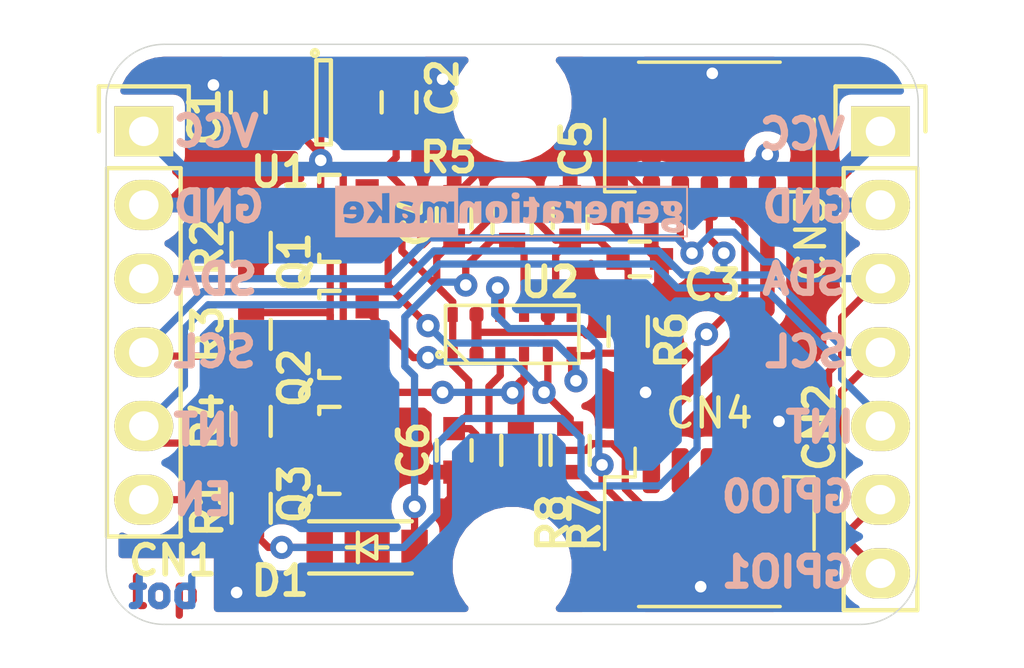
<source format=kicad_pcb>
(kicad_pcb (version 20171130) (host pcbnew 5.1.10-88a1d61d58~88~ubuntu18.04.1)

  (general
    (thickness 1.6)
    (drawings 24)
    (tracks 358)
    (zones 0)
    (modules 27)
    (nets 14)
  )

  (page A4)
  (layers
    (0 F.Cu signal)
    (31 B.Cu signal)
    (32 B.Adhes user)
    (33 F.Adhes user)
    (34 B.Paste user)
    (35 F.Paste user)
    (36 B.SilkS user)
    (37 F.SilkS user)
    (38 B.Mask user)
    (39 F.Mask user)
    (40 Dwgs.User user)
    (41 Cmts.User user)
    (42 Eco1.User user)
    (43 Eco2.User user)
    (44 Edge.Cuts user)
    (45 Margin user)
    (46 B.CrtYd user)
    (47 F.CrtYd user)
    (48 B.Fab user)
    (49 F.Fab user)
  )

  (setup
    (last_trace_width 0.25)
    (user_trace_width 0.5)
    (trace_clearance 0.2)
    (zone_clearance 0.4)
    (zone_45_only no)
    (trace_min 0.2)
    (via_size 0.8)
    (via_drill 0.4)
    (via_min_size 0.4)
    (via_min_drill 0.3)
    (uvia_size 0.3)
    (uvia_drill 0.1)
    (uvias_allowed no)
    (uvia_min_size 0.2)
    (uvia_min_drill 0.1)
    (edge_width 0.05)
    (segment_width 0.2)
    (pcb_text_width 0.3)
    (pcb_text_size 1.5 1.5)
    (mod_edge_width 0.12)
    (mod_text_size 1 1)
    (mod_text_width 0.15)
    (pad_size 1.524 1.524)
    (pad_drill 0.762)
    (pad_to_mask_clearance 0)
    (aux_axis_origin 0 0)
    (visible_elements FFFDFF7F)
    (pcbplotparams
      (layerselection 0x010fc_ffffffff)
      (usegerberextensions false)
      (usegerberattributes true)
      (usegerberadvancedattributes true)
      (creategerberjobfile true)
      (excludeedgelayer true)
      (linewidth 0.100000)
      (plotframeref false)
      (viasonmask false)
      (mode 1)
      (useauxorigin false)
      (hpglpennumber 1)
      (hpglpenspeed 20)
      (hpglpendiameter 15.000000)
      (psnegative false)
      (psa4output false)
      (plotreference true)
      (plotvalue true)
      (plotinvisibletext false)
      (padsonsilk false)
      (subtractmaskfromsilk false)
      (outputformat 1)
      (mirror false)
      (drillshape 1)
      (scaleselection 1)
      (outputdirectory ""))
  )

  (net 0 "")
  (net 1 VCC)
  (net 2 GND)
  (net 3 +3V3)
  (net 4 /I2C_SDA_5V)
  (net 5 /I2C_SCL_5V)
  (net 6 /INT_5V)
  (net 7 /EN_5V)
  (net 8 /GPIO0)
  (net 9 /GPIO1)
  (net 10 /EN)
  (net 11 /I2C_SDA)
  (net 12 /I2C_SCL)
  (net 13 /INT)

  (net_class Default "This is the default net class."
    (clearance 0.2)
    (trace_width 0.25)
    (via_dia 0.8)
    (via_drill 0.4)
    (uvia_dia 0.3)
    (uvia_drill 0.1)
    (add_net +3V3)
    (add_net /EN)
    (add_net /EN_5V)
    (add_net /GPIO0)
    (add_net /GPIO1)
    (add_net /I2C_SCL)
    (add_net /I2C_SCL_5V)
    (add_net /I2C_SDA)
    (add_net /I2C_SDA_5V)
    (add_net /INT)
    (add_net /INT_5V)
    (add_net GND)
    (add_net VCC)
  )

  (module capacitors:C_0603 (layer F.Cu) (tedit 5415D631) (tstamp 5FBD971C)
    (at 155.9 108 90)
    (descr "Capacitor SMD 0603, reflow soldering, AVX (see smccp.pdf)")
    (tags "capacitor 0603")
    (path /5FBE6908)
    (attr smd)
    (fp_text reference C1 (at -0.5 -1.5 90) (layer F.SilkS)
      (effects (font (size 1 1) (thickness 0.2)))
    )
    (fp_text value 1uF (at 0 1.9 90) (layer F.Fab)
      (effects (font (size 1 1) (thickness 0.15)))
    )
    (fp_line (start -1.45 -0.75) (end 1.45 -0.75) (layer F.CrtYd) (width 0.05))
    (fp_line (start -1.45 0.75) (end 1.45 0.75) (layer F.CrtYd) (width 0.05))
    (fp_line (start -1.45 -0.75) (end -1.45 0.75) (layer F.CrtYd) (width 0.05))
    (fp_line (start 1.45 -0.75) (end 1.45 0.75) (layer F.CrtYd) (width 0.05))
    (fp_line (start -0.35 -0.6) (end 0.35 -0.6) (layer F.SilkS) (width 0.15))
    (fp_line (start 0.35 0.6) (end -0.35 0.6) (layer F.SilkS) (width 0.15))
    (pad 1 smd rect (at -0.75 0 90) (size 0.8 0.75) (layers F.Cu F.Paste F.Mask)
      (net 1 VCC))
    (pad 2 smd rect (at 0.75 0 90) (size 0.8 0.75) (layers F.Cu F.Paste F.Mask)
      (net 2 GND))
    (model capacitors.3dshapes/C_0603.wrl
      (at (xyz 0 0 0))
      (scale (xyz 1 1 1))
      (rotate (xyz 0 0 0))
    )
  )

  (module capacitors:C_0603 (layer F.Cu) (tedit 5415D631) (tstamp 5FBD9728)
    (at 161.1 108 90)
    (descr "Capacitor SMD 0603, reflow soldering, AVX (see smccp.pdf)")
    (tags "capacitor 0603")
    (path /5FB96A59)
    (attr smd)
    (fp_text reference C2 (at 0.5 1.5 90) (layer F.SilkS)
      (effects (font (size 1 1) (thickness 0.2)))
    )
    (fp_text value 1uF (at 0 1.9 90) (layer F.Fab)
      (effects (font (size 1 1) (thickness 0.15)))
    )
    (fp_line (start -1.45 -0.75) (end 1.45 -0.75) (layer F.CrtYd) (width 0.05))
    (fp_line (start -1.45 0.75) (end 1.45 0.75) (layer F.CrtYd) (width 0.05))
    (fp_line (start -1.45 -0.75) (end -1.45 0.75) (layer F.CrtYd) (width 0.05))
    (fp_line (start 1.45 -0.75) (end 1.45 0.75) (layer F.CrtYd) (width 0.05))
    (fp_line (start -0.35 -0.6) (end 0.35 -0.6) (layer F.SilkS) (width 0.15))
    (fp_line (start 0.35 0.6) (end -0.35 0.6) (layer F.SilkS) (width 0.15))
    (pad 1 smd rect (at -0.75 0 90) (size 0.8 0.75) (layers F.Cu F.Paste F.Mask)
      (net 3 +3V3))
    (pad 2 smd rect (at 0.75 0 90) (size 0.8 0.75) (layers F.Cu F.Paste F.Mask)
      (net 2 GND))
    (model capacitors.3dshapes/C_0603.wrl
      (at (xyz 0 0 0))
      (scale (xyz 1 1 1))
      (rotate (xyz 0 0 0))
    )
  )

  (module capacitors:C_0603 (layer F.Cu) (tedit 5415D631) (tstamp 5FBD9734)
    (at 169.4 113.4)
    (descr "Capacitor SMD 0603, reflow soldering, AVX (see smccp.pdf)")
    (tags "capacitor 0603")
    (path /5FB9C7D7)
    (attr smd)
    (fp_text reference C3 (at 2.5 0.9) (layer F.SilkS)
      (effects (font (size 1 1) (thickness 0.2)))
    )
    (fp_text value 1uF (at 0 1.9) (layer F.Fab)
      (effects (font (size 1 1) (thickness 0.15)))
    )
    (fp_line (start 0.35 0.6) (end -0.35 0.6) (layer F.SilkS) (width 0.15))
    (fp_line (start -0.35 -0.6) (end 0.35 -0.6) (layer F.SilkS) (width 0.15))
    (fp_line (start 1.45 -0.75) (end 1.45 0.75) (layer F.CrtYd) (width 0.05))
    (fp_line (start -1.45 -0.75) (end -1.45 0.75) (layer F.CrtYd) (width 0.05))
    (fp_line (start -1.45 0.75) (end 1.45 0.75) (layer F.CrtYd) (width 0.05))
    (fp_line (start -1.45 -0.75) (end 1.45 -0.75) (layer F.CrtYd) (width 0.05))
    (pad 2 smd rect (at 0.75 0) (size 0.8 0.75) (layers F.Cu F.Paste F.Mask)
      (net 2 GND))
    (pad 1 smd rect (at -0.75 0) (size 0.8 0.75) (layers F.Cu F.Paste F.Mask)
      (net 3 +3V3))
    (model capacitors.3dshapes/C_0603.wrl
      (at (xyz 0 0 0))
      (scale (xyz 1 1 1))
      (rotate (xyz 0 0 0))
    )
  )

  (module capacitors:C_0603 (layer F.Cu) (tedit 5415D631) (tstamp 5FBD9740)
    (at 163 112 90)
    (descr "Capacitor SMD 0603, reflow soldering, AVX (see smccp.pdf)")
    (tags "capacitor 0603")
    (path /5FB719F2)
    (attr smd)
    (fp_text reference C4 (at 0 -1.3 90) (layer F.SilkS)
      (effects (font (size 1 1) (thickness 0.2)))
    )
    (fp_text value 100nF (at 0 1.9 90) (layer F.Fab)
      (effects (font (size 1 1) (thickness 0.15)))
    )
    (fp_line (start 0.35 0.6) (end -0.35 0.6) (layer F.SilkS) (width 0.15))
    (fp_line (start -0.35 -0.6) (end 0.35 -0.6) (layer F.SilkS) (width 0.15))
    (fp_line (start 1.45 -0.75) (end 1.45 0.75) (layer F.CrtYd) (width 0.05))
    (fp_line (start -1.45 -0.75) (end -1.45 0.75) (layer F.CrtYd) (width 0.05))
    (fp_line (start -1.45 0.75) (end 1.45 0.75) (layer F.CrtYd) (width 0.05))
    (fp_line (start -1.45 -0.75) (end 1.45 -0.75) (layer F.CrtYd) (width 0.05))
    (pad 2 smd rect (at 0.75 0 90) (size 0.8 0.75) (layers F.Cu F.Paste F.Mask)
      (net 2 GND))
    (pad 1 smd rect (at -0.75 0 90) (size 0.8 0.75) (layers F.Cu F.Paste F.Mask)
      (net 3 +3V3))
    (model capacitors.3dshapes/C_0603.wrl
      (at (xyz 0 0 0))
      (scale (xyz 1 1 1))
      (rotate (xyz 0 0 0))
    )
  )

  (module capacitors:C_0603 (layer F.Cu) (tedit 5415D631) (tstamp 5FBE7E9B)
    (at 167 112 90)
    (descr "Capacitor SMD 0603, reflow soldering, AVX (see smccp.pdf)")
    (tags "capacitor 0603")
    (path /5FB72FFA)
    (attr smd)
    (fp_text reference C5 (at 2.4 0.2 90) (layer F.SilkS)
      (effects (font (size 1 1) (thickness 0.2)))
    )
    (fp_text value 100nF (at 0 1.9 90) (layer F.Fab)
      (effects (font (size 1 1) (thickness 0.15)))
    )
    (fp_line (start -1.45 -0.75) (end 1.45 -0.75) (layer F.CrtYd) (width 0.05))
    (fp_line (start -1.45 0.75) (end 1.45 0.75) (layer F.CrtYd) (width 0.05))
    (fp_line (start -1.45 -0.75) (end -1.45 0.75) (layer F.CrtYd) (width 0.05))
    (fp_line (start 1.45 -0.75) (end 1.45 0.75) (layer F.CrtYd) (width 0.05))
    (fp_line (start -0.35 -0.6) (end 0.35 -0.6) (layer F.SilkS) (width 0.15))
    (fp_line (start 0.35 0.6) (end -0.35 0.6) (layer F.SilkS) (width 0.15))
    (pad 1 smd rect (at -0.75 0 90) (size 0.8 0.75) (layers F.Cu F.Paste F.Mask)
      (net 3 +3V3))
    (pad 2 smd rect (at 0.75 0 90) (size 0.8 0.75) (layers F.Cu F.Paste F.Mask)
      (net 2 GND))
    (model capacitors.3dshapes/C_0603.wrl
      (at (xyz 0 0 0))
      (scale (xyz 1 1 1))
      (rotate (xyz 0 0 0))
    )
  )

  (module capacitors:C_0603 (layer F.Cu) (tedit 5415D631) (tstamp 5FBD9758)
    (at 163 120 270)
    (descr "Capacitor SMD 0603, reflow soldering, AVX (see smccp.pdf)")
    (tags "capacitor 0603")
    (path /5FB74181)
    (attr smd)
    (fp_text reference C6 (at 0 1.4 90) (layer F.SilkS)
      (effects (font (size 1 1) (thickness 0.2)))
    )
    (fp_text value 100nF (at 0 1.9 90) (layer F.Fab)
      (effects (font (size 1 1) (thickness 0.15)))
    )
    (fp_line (start 0.35 0.6) (end -0.35 0.6) (layer F.SilkS) (width 0.15))
    (fp_line (start -0.35 -0.6) (end 0.35 -0.6) (layer F.SilkS) (width 0.15))
    (fp_line (start 1.45 -0.75) (end 1.45 0.75) (layer F.CrtYd) (width 0.05))
    (fp_line (start -1.45 -0.75) (end -1.45 0.75) (layer F.CrtYd) (width 0.05))
    (fp_line (start -1.45 0.75) (end 1.45 0.75) (layer F.CrtYd) (width 0.05))
    (fp_line (start -1.45 -0.75) (end 1.45 -0.75) (layer F.CrtYd) (width 0.05))
    (pad 2 smd rect (at 0.75 0 270) (size 0.8 0.75) (layers F.Cu F.Paste F.Mask)
      (net 2 GND))
    (pad 1 smd rect (at -0.75 0 270) (size 0.8 0.75) (layers F.Cu F.Paste F.Mask)
      (net 3 +3V3))
    (model capacitors.3dshapes/C_0603.wrl
      (at (xyz 0 0 0))
      (scale (xyz 1 1 1))
      (rotate (xyz 0 0 0))
    )
  )

  (module pin_headers:Pin_Header_Straight_1x06 (layer F.Cu) (tedit 0) (tstamp 5FBD976D)
    (at 152.3 109)
    (descr "Through hole pin header")
    (tags "pin header")
    (path /5FC4997F)
    (fp_text reference CN1 (at 1 14.8) (layer F.SilkS)
      (effects (font (size 1 1) (thickness 0.2)))
    )
    (fp_text value CONN_01X06 (at 0 -3.1) (layer F.Fab)
      (effects (font (size 1 1) (thickness 0.15)))
    )
    (fp_line (start -1.75 -1.75) (end -1.75 14.45) (layer F.CrtYd) (width 0.05))
    (fp_line (start 1.75 -1.75) (end 1.75 14.45) (layer F.CrtYd) (width 0.05))
    (fp_line (start -1.75 -1.75) (end 1.75 -1.75) (layer F.CrtYd) (width 0.05))
    (fp_line (start -1.75 14.45) (end 1.75 14.45) (layer F.CrtYd) (width 0.05))
    (fp_line (start 1.27 1.27) (end 1.27 13.97) (layer F.SilkS) (width 0.15))
    (fp_line (start 1.27 13.97) (end -1.27 13.97) (layer F.SilkS) (width 0.15))
    (fp_line (start -1.27 13.97) (end -1.27 1.27) (layer F.SilkS) (width 0.15))
    (fp_line (start 1.55 -1.55) (end 1.55 0) (layer F.SilkS) (width 0.15))
    (fp_line (start 1.27 1.27) (end -1.27 1.27) (layer F.SilkS) (width 0.15))
    (fp_line (start -1.55 0) (end -1.55 -1.55) (layer F.SilkS) (width 0.15))
    (fp_line (start -1.55 -1.55) (end 1.55 -1.55) (layer F.SilkS) (width 0.15))
    (pad 1 thru_hole rect (at 0 0) (size 2.032 1.7272) (drill 1.016) (layers *.Cu *.Mask F.SilkS)
      (net 1 VCC))
    (pad 2 thru_hole oval (at 0 2.54) (size 2.032 1.7272) (drill 1.016) (layers *.Cu *.Mask F.SilkS)
      (net 2 GND))
    (pad 3 thru_hole oval (at 0 5.08) (size 2.032 1.7272) (drill 1.016) (layers *.Cu *.Mask F.SilkS)
      (net 4 /I2C_SDA_5V))
    (pad 4 thru_hole oval (at 0 7.62) (size 2.032 1.7272) (drill 1.016) (layers *.Cu *.Mask F.SilkS)
      (net 5 /I2C_SCL_5V))
    (pad 5 thru_hole oval (at 0 10.16) (size 2.032 1.7272) (drill 1.016) (layers *.Cu *.Mask F.SilkS)
      (net 6 /INT_5V))
    (pad 6 thru_hole oval (at 0 12.7) (size 2.032 1.7272) (drill 1.016) (layers *.Cu *.Mask F.SilkS)
      (net 7 /EN_5V))
    (model Pin_Headers.3dshapes/Pin_Header_Straight_1x06.wrl
      (offset (xyz 0 -6.349999904632568 0))
      (scale (xyz 1 1 1))
      (rotate (xyz 0 0 90))
    )
  )

  (module pin_headers:Pin_Header_Straight_1x07 (layer F.Cu) (tedit 0) (tstamp 5FBD9783)
    (at 177.7 109)
    (descr "Through hole pin header")
    (tags "pin header")
    (path /5FC4AA88)
    (fp_text reference CN2 (at -2.1 10.2 90) (layer F.SilkS)
      (effects (font (size 1 1) (thickness 0.2)))
    )
    (fp_text value CONN_01X07 (at 0 -3.1) (layer F.Fab)
      (effects (font (size 1 1) (thickness 0.15)))
    )
    (fp_line (start -1.75 -1.75) (end -1.75 17) (layer F.CrtYd) (width 0.05))
    (fp_line (start 1.75 -1.75) (end 1.75 17) (layer F.CrtYd) (width 0.05))
    (fp_line (start -1.75 -1.75) (end 1.75 -1.75) (layer F.CrtYd) (width 0.05))
    (fp_line (start -1.75 17) (end 1.75 17) (layer F.CrtYd) (width 0.05))
    (fp_line (start 1.27 1.27) (end 1.27 16.51) (layer F.SilkS) (width 0.15))
    (fp_line (start 1.27 16.51) (end -1.27 16.51) (layer F.SilkS) (width 0.15))
    (fp_line (start -1.27 16.51) (end -1.27 1.27) (layer F.SilkS) (width 0.15))
    (fp_line (start 1.55 -1.55) (end 1.55 0) (layer F.SilkS) (width 0.15))
    (fp_line (start 1.27 1.27) (end -1.27 1.27) (layer F.SilkS) (width 0.15))
    (fp_line (start -1.55 0) (end -1.55 -1.55) (layer F.SilkS) (width 0.15))
    (fp_line (start -1.55 -1.55) (end 1.55 -1.55) (layer F.SilkS) (width 0.15))
    (pad 1 thru_hole rect (at 0 0) (size 2.032 1.7272) (drill 1.016) (layers *.Cu *.Mask F.SilkS)
      (net 1 VCC))
    (pad 2 thru_hole oval (at 0 2.54) (size 2.032 1.7272) (drill 1.016) (layers *.Cu *.Mask F.SilkS)
      (net 2 GND))
    (pad 3 thru_hole oval (at 0 5.08) (size 2.032 1.7272) (drill 1.016) (layers *.Cu *.Mask F.SilkS)
      (net 4 /I2C_SDA_5V))
    (pad 4 thru_hole oval (at 0 7.62) (size 2.032 1.7272) (drill 1.016) (layers *.Cu *.Mask F.SilkS)
      (net 5 /I2C_SCL_5V))
    (pad 5 thru_hole oval (at 0 10.16) (size 2.032 1.7272) (drill 1.016) (layers *.Cu *.Mask F.SilkS)
      (net 6 /INT_5V))
    (pad 6 thru_hole oval (at 0 12.7) (size 2.032 1.7272) (drill 1.016) (layers *.Cu *.Mask F.SilkS)
      (net 8 /GPIO0))
    (pad 7 thru_hole oval (at 0 15.24) (size 2.032 1.7272) (drill 1.016) (layers *.Cu *.Mask F.SilkS)
      (net 9 /GPIO1))
    (model Pin_Headers.3dshapes/Pin_Header_Straight_1x07.wrl
      (offset (xyz 0 -7.619999885559082 0))
      (scale (xyz 1 1 1))
      (rotate (xyz 0 0 90))
    )
  )

  (module diodes:SOD-123 (layer F.Cu) (tedit 5530FCB9) (tstamp 5FBD9795)
    (at 160 123.345001)
    (descr SOD-123)
    (tags SOD-123)
    (path /5FC39161)
    (attr smd)
    (fp_text reference D1 (at -3 1.154999) (layer F.SilkS)
      (effects (font (size 1 1) (thickness 0.2)))
    )
    (fp_text value 1N4148W (at 0 2.1) (layer F.Fab)
      (effects (font (size 1 1) (thickness 0.15)))
    )
    (fp_line (start 0.3175 0) (end 0.6985 0) (layer F.SilkS) (width 0.15))
    (fp_line (start -0.6985 0) (end -0.3175 0) (layer F.SilkS) (width 0.15))
    (fp_line (start -0.3175 0) (end 0.3175 -0.381) (layer F.SilkS) (width 0.15))
    (fp_line (start 0.3175 -0.381) (end 0.3175 0.381) (layer F.SilkS) (width 0.15))
    (fp_line (start 0.3175 0.381) (end -0.3175 0) (layer F.SilkS) (width 0.15))
    (fp_line (start -0.3175 -0.508) (end -0.3175 0.508) (layer F.SilkS) (width 0.15))
    (fp_line (start -2.25 -1.05) (end 2.25 -1.05) (layer F.CrtYd) (width 0.05))
    (fp_line (start 2.25 -1.05) (end 2.25 1.05) (layer F.CrtYd) (width 0.05))
    (fp_line (start 2.25 1.05) (end -2.25 1.05) (layer F.CrtYd) (width 0.05))
    (fp_line (start -2.25 -1.05) (end -2.25 1.05) (layer F.CrtYd) (width 0.05))
    (fp_line (start -2 0.9) (end 1.54 0.9) (layer F.SilkS) (width 0.15))
    (fp_line (start -2 -0.9) (end 1.54 -0.9) (layer F.SilkS) (width 0.15))
    (pad 1 smd rect (at -1.635 0) (size 0.91 1.22) (layers F.Cu F.Paste F.Mask)
      (net 7 /EN_5V))
    (pad 2 smd rect (at 1.635 0) (size 0.91 1.22) (layers F.Cu F.Paste F.Mask)
      (net 10 /EN))
    (model diodes.3dshapes/SOD-123.wrl
      (at (xyz 0 0 0))
      (scale (xyz 1 1 1))
      (rotate (xyz 0 0 0))
    )
  )

  (module SOT_TO:SOT-23 (layer F.Cu) (tedit 553634F8) (tstamp 5FBD97B7)
    (at 159 112 90)
    (descr "SOT-23, Standard")
    (tags SOT-23)
    (path /5FC03554)
    (attr smd)
    (fp_text reference Q1 (at -1.5 -1.5 90) (layer F.SilkS)
      (effects (font (size 1 1) (thickness 0.2)))
    )
    (fp_text value BSS138 (at 0 2.3 90) (layer F.Fab)
      (effects (font (size 1 1) (thickness 0.15)))
    )
    (fp_line (start -1.65 -1.6) (end 1.65 -1.6) (layer F.CrtYd) (width 0.05))
    (fp_line (start 1.65 -1.6) (end 1.65 1.6) (layer F.CrtYd) (width 0.05))
    (fp_line (start 1.65 1.6) (end -1.65 1.6) (layer F.CrtYd) (width 0.05))
    (fp_line (start -1.65 1.6) (end -1.65 -1.6) (layer F.CrtYd) (width 0.05))
    (fp_line (start 1.29916 -0.65024) (end 1.2509 -0.65024) (layer F.SilkS) (width 0.15))
    (fp_line (start -1.49982 0.0508) (end -1.49982 -0.65024) (layer F.SilkS) (width 0.15))
    (fp_line (start -1.49982 -0.65024) (end -1.2509 -0.65024) (layer F.SilkS) (width 0.15))
    (fp_line (start 1.29916 -0.65024) (end 1.49982 -0.65024) (layer F.SilkS) (width 0.15))
    (fp_line (start 1.49982 -0.65024) (end 1.49982 0.0508) (layer F.SilkS) (width 0.15))
    (pad 1 smd rect (at -0.95 1.00076 90) (size 0.8001 0.8001) (layers F.Cu F.Paste F.Mask)
      (net 3 +3V3))
    (pad 2 smd rect (at 0.95 1.00076 90) (size 0.8001 0.8001) (layers F.Cu F.Paste F.Mask)
      (net 11 /I2C_SDA))
    (pad 3 smd rect (at 0 -0.99822 90) (size 0.8001 0.8001) (layers F.Cu F.Paste F.Mask)
      (net 4 /I2C_SDA_5V))
    (model TO_SOT_Packages_SMD.3dshapes/SOT-23.wrl
      (at (xyz 0 0 0))
      (scale (xyz 1 1 1))
      (rotate (xyz 0 0 0))
    )
  )

  (module SOT_TO:SOT-23 (layer F.Cu) (tedit 553634F8) (tstamp 5FBD97C7)
    (at 159 116 90)
    (descr "SOT-23, Standard")
    (tags SOT-23)
    (path /5FC14F6B)
    (attr smd)
    (fp_text reference Q2 (at -1.5 -1.5 90) (layer F.SilkS)
      (effects (font (size 1 1) (thickness 0.2)))
    )
    (fp_text value BSS138 (at 0 2.3 90) (layer F.Fab)
      (effects (font (size 1 1) (thickness 0.15)))
    )
    (fp_line (start 1.49982 -0.65024) (end 1.49982 0.0508) (layer F.SilkS) (width 0.15))
    (fp_line (start 1.29916 -0.65024) (end 1.49982 -0.65024) (layer F.SilkS) (width 0.15))
    (fp_line (start -1.49982 -0.65024) (end -1.2509 -0.65024) (layer F.SilkS) (width 0.15))
    (fp_line (start -1.49982 0.0508) (end -1.49982 -0.65024) (layer F.SilkS) (width 0.15))
    (fp_line (start 1.29916 -0.65024) (end 1.2509 -0.65024) (layer F.SilkS) (width 0.15))
    (fp_line (start -1.65 1.6) (end -1.65 -1.6) (layer F.CrtYd) (width 0.05))
    (fp_line (start 1.65 1.6) (end -1.65 1.6) (layer F.CrtYd) (width 0.05))
    (fp_line (start 1.65 -1.6) (end 1.65 1.6) (layer F.CrtYd) (width 0.05))
    (fp_line (start -1.65 -1.6) (end 1.65 -1.6) (layer F.CrtYd) (width 0.05))
    (pad 3 smd rect (at 0 -0.99822 90) (size 0.8001 0.8001) (layers F.Cu F.Paste F.Mask)
      (net 5 /I2C_SCL_5V))
    (pad 2 smd rect (at 0.95 1.00076 90) (size 0.8001 0.8001) (layers F.Cu F.Paste F.Mask)
      (net 12 /I2C_SCL))
    (pad 1 smd rect (at -0.95 1.00076 90) (size 0.8001 0.8001) (layers F.Cu F.Paste F.Mask)
      (net 3 +3V3))
    (model TO_SOT_Packages_SMD.3dshapes/SOT-23.wrl
      (at (xyz 0 0 0))
      (scale (xyz 1 1 1))
      (rotate (xyz 0 0 0))
    )
  )

  (module SOT_TO:SOT-23 (layer F.Cu) (tedit 553634F8) (tstamp 5FBD97D7)
    (at 159 120 90)
    (descr "SOT-23, Standard")
    (tags SOT-23)
    (path /5FC15654)
    (attr smd)
    (fp_text reference Q3 (at -1.5 -1.5 90) (layer F.SilkS)
      (effects (font (size 1 1) (thickness 0.2)))
    )
    (fp_text value BSS138 (at 0 2.3 90) (layer F.Fab)
      (effects (font (size 1 1) (thickness 0.15)))
    )
    (fp_line (start -1.65 -1.6) (end 1.65 -1.6) (layer F.CrtYd) (width 0.05))
    (fp_line (start 1.65 -1.6) (end 1.65 1.6) (layer F.CrtYd) (width 0.05))
    (fp_line (start 1.65 1.6) (end -1.65 1.6) (layer F.CrtYd) (width 0.05))
    (fp_line (start -1.65 1.6) (end -1.65 -1.6) (layer F.CrtYd) (width 0.05))
    (fp_line (start 1.29916 -0.65024) (end 1.2509 -0.65024) (layer F.SilkS) (width 0.15))
    (fp_line (start -1.49982 0.0508) (end -1.49982 -0.65024) (layer F.SilkS) (width 0.15))
    (fp_line (start -1.49982 -0.65024) (end -1.2509 -0.65024) (layer F.SilkS) (width 0.15))
    (fp_line (start 1.29916 -0.65024) (end 1.49982 -0.65024) (layer F.SilkS) (width 0.15))
    (fp_line (start 1.49982 -0.65024) (end 1.49982 0.0508) (layer F.SilkS) (width 0.15))
    (pad 1 smd rect (at -0.95 1.00076 90) (size 0.8001 0.8001) (layers F.Cu F.Paste F.Mask)
      (net 3 +3V3))
    (pad 2 smd rect (at 0.95 1.00076 90) (size 0.8001 0.8001) (layers F.Cu F.Paste F.Mask)
      (net 13 /INT))
    (pad 3 smd rect (at 0 -0.99822 90) (size 0.8001 0.8001) (layers F.Cu F.Paste F.Mask)
      (net 6 /INT_5V))
    (model TO_SOT_Packages_SMD.3dshapes/SOT-23.wrl
      (at (xyz 0 0 0))
      (scale (xyz 1 1 1))
      (rotate (xyz 0 0 0))
    )
  )

  (module resistors:R_0603 (layer F.Cu) (tedit 5415CC62) (tstamp 5FBD97E3)
    (at 156 122 270)
    (descr "Resistor SMD 0603, reflow soldering, Vishay (see dcrcw.pdf)")
    (tags "resistor 0603")
    (path /5FC2D317)
    (attr smd)
    (fp_text reference R1 (at 0 1.5 90) (layer F.SilkS)
      (effects (font (size 1 1) (thickness 0.2)))
    )
    (fp_text value 10k (at 0 1.9 90) (layer F.Fab)
      (effects (font (size 1 1) (thickness 0.15)))
    )
    (fp_line (start -0.5 -0.675) (end 0.5 -0.675) (layer F.SilkS) (width 0.15))
    (fp_line (start 0.5 0.675) (end -0.5 0.675) (layer F.SilkS) (width 0.15))
    (fp_line (start 1.3 -0.8) (end 1.3 0.8) (layer F.CrtYd) (width 0.05))
    (fp_line (start -1.3 -0.8) (end -1.3 0.8) (layer F.CrtYd) (width 0.05))
    (fp_line (start -1.3 0.8) (end 1.3 0.8) (layer F.CrtYd) (width 0.05))
    (fp_line (start -1.3 -0.8) (end 1.3 -0.8) (layer F.CrtYd) (width 0.05))
    (pad 2 smd rect (at 0.75 0 270) (size 0.5 0.9) (layers F.Cu F.Paste F.Mask)
      (net 7 /EN_5V))
    (pad 1 smd rect (at -0.75 0 270) (size 0.5 0.9) (layers F.Cu F.Paste F.Mask)
      (net 1 VCC))
    (model resistors.3dshapes/R_0603.wrl
      (at (xyz 0 0 0))
      (scale (xyz 1 1 1))
      (rotate (xyz 0 0 0))
    )
  )

  (module resistors:R_0603 (layer F.Cu) (tedit 5415CC62) (tstamp 5FBD97EF)
    (at 156 113 270)
    (descr "Resistor SMD 0603, reflow soldering, Vishay (see dcrcw.pdf)")
    (tags "resistor 0603")
    (path /5FC185C8)
    (attr smd)
    (fp_text reference R2 (at 0 1.5 90) (layer F.SilkS)
      (effects (font (size 1 1) (thickness 0.2)))
    )
    (fp_text value 10k (at 0 1.9 90) (layer F.Fab)
      (effects (font (size 1 1) (thickness 0.15)))
    )
    (fp_line (start -0.5 -0.675) (end 0.5 -0.675) (layer F.SilkS) (width 0.15))
    (fp_line (start 0.5 0.675) (end -0.5 0.675) (layer F.SilkS) (width 0.15))
    (fp_line (start 1.3 -0.8) (end 1.3 0.8) (layer F.CrtYd) (width 0.05))
    (fp_line (start -1.3 -0.8) (end -1.3 0.8) (layer F.CrtYd) (width 0.05))
    (fp_line (start -1.3 0.8) (end 1.3 0.8) (layer F.CrtYd) (width 0.05))
    (fp_line (start -1.3 -0.8) (end 1.3 -0.8) (layer F.CrtYd) (width 0.05))
    (pad 2 smd rect (at 0.75 0 270) (size 0.5 0.9) (layers F.Cu F.Paste F.Mask)
      (net 4 /I2C_SDA_5V))
    (pad 1 smd rect (at -0.75 0 270) (size 0.5 0.9) (layers F.Cu F.Paste F.Mask)
      (net 1 VCC))
    (model resistors.3dshapes/R_0603.wrl
      (at (xyz 0 0 0))
      (scale (xyz 1 1 1))
      (rotate (xyz 0 0 0))
    )
  )

  (module resistors:R_0603 (layer F.Cu) (tedit 5415CC62) (tstamp 5FBD97FB)
    (at 156 116 270)
    (descr "Resistor SMD 0603, reflow soldering, Vishay (see dcrcw.pdf)")
    (tags "resistor 0603")
    (path /5FC273AE)
    (attr smd)
    (fp_text reference R3 (at 0 1.5 90) (layer F.SilkS)
      (effects (font (size 1 1) (thickness 0.2)))
    )
    (fp_text value 10k (at 0 1.9 90) (layer F.Fab)
      (effects (font (size 1 1) (thickness 0.15)))
    )
    (fp_line (start -1.3 -0.8) (end 1.3 -0.8) (layer F.CrtYd) (width 0.05))
    (fp_line (start -1.3 0.8) (end 1.3 0.8) (layer F.CrtYd) (width 0.05))
    (fp_line (start -1.3 -0.8) (end -1.3 0.8) (layer F.CrtYd) (width 0.05))
    (fp_line (start 1.3 -0.8) (end 1.3 0.8) (layer F.CrtYd) (width 0.05))
    (fp_line (start 0.5 0.675) (end -0.5 0.675) (layer F.SilkS) (width 0.15))
    (fp_line (start -0.5 -0.675) (end 0.5 -0.675) (layer F.SilkS) (width 0.15))
    (pad 1 smd rect (at -0.75 0 270) (size 0.5 0.9) (layers F.Cu F.Paste F.Mask)
      (net 1 VCC))
    (pad 2 smd rect (at 0.75 0 270) (size 0.5 0.9) (layers F.Cu F.Paste F.Mask)
      (net 5 /I2C_SCL_5V))
    (model resistors.3dshapes/R_0603.wrl
      (at (xyz 0 0 0))
      (scale (xyz 1 1 1))
      (rotate (xyz 0 0 0))
    )
  )

  (module resistors:R_0603 (layer F.Cu) (tedit 5415CC62) (tstamp 5FBD9807)
    (at 156 119 270)
    (descr "Resistor SMD 0603, reflow soldering, Vishay (see dcrcw.pdf)")
    (tags "resistor 0603")
    (path /5FC33E27)
    (attr smd)
    (fp_text reference R4 (at 0 1.5 90) (layer F.SilkS)
      (effects (font (size 1 1) (thickness 0.2)))
    )
    (fp_text value 10k (at 0 1.9 90) (layer F.Fab)
      (effects (font (size 1 1) (thickness 0.15)))
    )
    (fp_line (start -1.3 -0.8) (end 1.3 -0.8) (layer F.CrtYd) (width 0.05))
    (fp_line (start -1.3 0.8) (end 1.3 0.8) (layer F.CrtYd) (width 0.05))
    (fp_line (start -1.3 -0.8) (end -1.3 0.8) (layer F.CrtYd) (width 0.05))
    (fp_line (start 1.3 -0.8) (end 1.3 0.8) (layer F.CrtYd) (width 0.05))
    (fp_line (start 0.5 0.675) (end -0.5 0.675) (layer F.SilkS) (width 0.15))
    (fp_line (start -0.5 -0.675) (end 0.5 -0.675) (layer F.SilkS) (width 0.15))
    (pad 1 smd rect (at -0.75 0 270) (size 0.5 0.9) (layers F.Cu F.Paste F.Mask)
      (net 1 VCC))
    (pad 2 smd rect (at 0.75 0 270) (size 0.5 0.9) (layers F.Cu F.Paste F.Mask)
      (net 6 /INT_5V))
    (model resistors.3dshapes/R_0603.wrl
      (at (xyz 0 0 0))
      (scale (xyz 1 1 1))
      (rotate (xyz 0 0 0))
    )
  )

  (module resistors:R_0603 (layer F.Cu) (tedit 5415CC62) (tstamp 5FBD9813)
    (at 165 112 270)
    (descr "Resistor SMD 0603, reflow soldering, Vishay (see dcrcw.pdf)")
    (tags "resistor 0603")
    (path /5FBF65E1)
    (attr smd)
    (fp_text reference R5 (at -2.1 2.2 180) (layer F.SilkS)
      (effects (font (size 1 1) (thickness 0.2)))
    )
    (fp_text value 10k (at 0 1.9 90) (layer F.Fab)
      (effects (font (size 1 1) (thickness 0.15)))
    )
    (fp_line (start -1.3 -0.8) (end 1.3 -0.8) (layer F.CrtYd) (width 0.05))
    (fp_line (start -1.3 0.8) (end 1.3 0.8) (layer F.CrtYd) (width 0.05))
    (fp_line (start -1.3 -0.8) (end -1.3 0.8) (layer F.CrtYd) (width 0.05))
    (fp_line (start 1.3 -0.8) (end 1.3 0.8) (layer F.CrtYd) (width 0.05))
    (fp_line (start 0.5 0.675) (end -0.5 0.675) (layer F.SilkS) (width 0.15))
    (fp_line (start -0.5 -0.675) (end 0.5 -0.675) (layer F.SilkS) (width 0.15))
    (pad 1 smd rect (at -0.75 0 270) (size 0.5 0.9) (layers F.Cu F.Paste F.Mask)
      (net 3 +3V3))
    (pad 2 smd rect (at 0.75 0 270) (size 0.5 0.9) (layers F.Cu F.Paste F.Mask)
      (net 10 /EN))
    (model resistors.3dshapes/R_0603.wrl
      (at (xyz 0 0 0))
      (scale (xyz 1 1 1))
      (rotate (xyz 0 0 0))
    )
  )

  (module resistors:R_0603 (layer F.Cu) (tedit 5415CC62) (tstamp 5FBD981F)
    (at 169 115.9 270)
    (descr "Resistor SMD 0603, reflow soldering, Vishay (see dcrcw.pdf)")
    (tags "resistor 0603")
    (path /5FBF66BD)
    (attr smd)
    (fp_text reference R6 (at 0.3 -1.5 90) (layer F.SilkS)
      (effects (font (size 1 1) (thickness 0.2)))
    )
    (fp_text value 10k (at 0 1.9 90) (layer F.Fab)
      (effects (font (size 1 1) (thickness 0.15)))
    )
    (fp_line (start -0.5 -0.675) (end 0.5 -0.675) (layer F.SilkS) (width 0.15))
    (fp_line (start 0.5 0.675) (end -0.5 0.675) (layer F.SilkS) (width 0.15))
    (fp_line (start 1.3 -0.8) (end 1.3 0.8) (layer F.CrtYd) (width 0.05))
    (fp_line (start -1.3 -0.8) (end -1.3 0.8) (layer F.CrtYd) (width 0.05))
    (fp_line (start -1.3 0.8) (end 1.3 0.8) (layer F.CrtYd) (width 0.05))
    (fp_line (start -1.3 -0.8) (end 1.3 -0.8) (layer F.CrtYd) (width 0.05))
    (pad 2 smd rect (at 0.75 0 270) (size 0.5 0.9) (layers F.Cu F.Paste F.Mask)
      (net 11 /I2C_SDA))
    (pad 1 smd rect (at -0.75 0 270) (size 0.5 0.9) (layers F.Cu F.Paste F.Mask)
      (net 3 +3V3))
    (model resistors.3dshapes/R_0603.wrl
      (at (xyz 0 0 0))
      (scale (xyz 1 1 1))
      (rotate (xyz 0 0 0))
    )
  )

  (module resistors:R_0603 (layer F.Cu) (tedit 5415CC62) (tstamp 5FBDA060)
    (at 167 120 90)
    (descr "Resistor SMD 0603, reflow soldering, Vishay (see dcrcw.pdf)")
    (tags "resistor 0603")
    (path /5FB78AA3)
    (attr smd)
    (fp_text reference R7 (at -2.5 0.5 90) (layer F.SilkS)
      (effects (font (size 1 1) (thickness 0.2)))
    )
    (fp_text value 10k (at 0 1.9 90) (layer F.Fab)
      (effects (font (size 1 1) (thickness 0.15)))
    )
    (fp_line (start -1.3 -0.8) (end 1.3 -0.8) (layer F.CrtYd) (width 0.05))
    (fp_line (start -1.3 0.8) (end 1.3 0.8) (layer F.CrtYd) (width 0.05))
    (fp_line (start -1.3 -0.8) (end -1.3 0.8) (layer F.CrtYd) (width 0.05))
    (fp_line (start 1.3 -0.8) (end 1.3 0.8) (layer F.CrtYd) (width 0.05))
    (fp_line (start 0.5 0.675) (end -0.5 0.675) (layer F.SilkS) (width 0.15))
    (fp_line (start -0.5 -0.675) (end 0.5 -0.675) (layer F.SilkS) (width 0.15))
    (pad 1 smd rect (at -0.75 0 90) (size 0.5 0.9) (layers F.Cu F.Paste F.Mask)
      (net 3 +3V3))
    (pad 2 smd rect (at 0.75 0 90) (size 0.5 0.9) (layers F.Cu F.Paste F.Mask)
      (net 12 /I2C_SCL))
    (model resistors.3dshapes/R_0603.wrl
      (at (xyz 0 0 0))
      (scale (xyz 1 1 1))
      (rotate (xyz 0 0 0))
    )
  )

  (module resistors:R_0603 (layer F.Cu) (tedit 5415CC62) (tstamp 5FBD9837)
    (at 165.3 120 90)
    (descr "Resistor SMD 0603, reflow soldering, Vishay (see dcrcw.pdf)")
    (tags "resistor 0603")
    (path /5FB78F49)
    (attr smd)
    (fp_text reference R8 (at -2.5 1.1 90) (layer F.SilkS)
      (effects (font (size 1 1) (thickness 0.2)))
    )
    (fp_text value 10k (at 0 1.9 90) (layer F.Fab)
      (effects (font (size 1 1) (thickness 0.15)))
    )
    (fp_line (start -0.5 -0.675) (end 0.5 -0.675) (layer F.SilkS) (width 0.15))
    (fp_line (start 0.5 0.675) (end -0.5 0.675) (layer F.SilkS) (width 0.15))
    (fp_line (start 1.3 -0.8) (end 1.3 0.8) (layer F.CrtYd) (width 0.05))
    (fp_line (start -1.3 -0.8) (end -1.3 0.8) (layer F.CrtYd) (width 0.05))
    (fp_line (start -1.3 0.8) (end 1.3 0.8) (layer F.CrtYd) (width 0.05))
    (fp_line (start -1.3 -0.8) (end 1.3 -0.8) (layer F.CrtYd) (width 0.05))
    (pad 2 smd rect (at 0.75 0 90) (size 0.5 0.9) (layers F.Cu F.Paste F.Mask)
      (net 13 /INT))
    (pad 1 smd rect (at -0.75 0 90) (size 0.5 0.9) (layers F.Cu F.Paste F.Mask)
      (net 3 +3V3))
    (model resistors.3dshapes/R_0603.wrl
      (at (xyz 0 0 0))
      (scale (xyz 1 1 1))
      (rotate (xyz 0 0 0))
    )
  )

  (module SOT_TO:SOT-23-5 (layer F.Cu) (tedit 55360473) (tstamp 5FBD9849)
    (at 158.5 108)
    (descr "5-pin SOT23 package")
    (tags SOT-23-5)
    (path /5FBE1A9A)
    (attr smd)
    (fp_text reference U1 (at -1.5 2.4) (layer F.SilkS)
      (effects (font (size 1 1) (thickness 0.2)))
    )
    (fp_text value MIC5225-3.3 (at -0.05 2.35) (layer F.Fab)
      (effects (font (size 1 1) (thickness 0.15)))
    )
    (fp_line (start -1.8 -1.6) (end 1.8 -1.6) (layer F.CrtYd) (width 0.05))
    (fp_line (start 1.8 -1.6) (end 1.8 1.6) (layer F.CrtYd) (width 0.05))
    (fp_line (start 1.8 1.6) (end -1.8 1.6) (layer F.CrtYd) (width 0.05))
    (fp_line (start -1.8 1.6) (end -1.8 -1.6) (layer F.CrtYd) (width 0.05))
    (fp_circle (center -0.3 -1.7) (end -0.2 -1.7) (layer F.SilkS) (width 0.15))
    (fp_line (start 0.25 -1.45) (end -0.25 -1.45) (layer F.SilkS) (width 0.15))
    (fp_line (start 0.25 1.45) (end 0.25 -1.45) (layer F.SilkS) (width 0.15))
    (fp_line (start -0.25 1.45) (end 0.25 1.45) (layer F.SilkS) (width 0.15))
    (fp_line (start -0.25 -1.45) (end -0.25 1.45) (layer F.SilkS) (width 0.15))
    (pad 1 smd rect (at -1.1 -0.95) (size 1.06 0.65) (layers F.Cu F.Paste F.Mask)
      (net 1 VCC))
    (pad 2 smd rect (at -1.1 0) (size 1.06 0.65) (layers F.Cu F.Paste F.Mask)
      (net 2 GND))
    (pad 3 smd rect (at -1.1 0.95) (size 1.06 0.65) (layers F.Cu F.Paste F.Mask)
      (net 1 VCC))
    (pad 4 smd rect (at 1.1 0.95) (size 1.06 0.65) (layers F.Cu F.Paste F.Mask))
    (pad 5 smd rect (at 1.1 -0.95) (size 1.06 0.65) (layers F.Cu F.Paste F.Mask)
      (net 3 +3V3))
    (model TO_SOT_Packages_SMD.3dshapes/SOT-23-5.wrl
      (at (xyz 0 0 0))
      (scale (xyz 1 1 1))
      (rotate (xyz 0 0 0))
    )
  )

  (module MECH_mounting_holes:MH_210_400_NP (layer F.Cu) (tedit 5F006298) (tstamp 5FBD9E24)
    (at 165 108)
    (path /5FBF16DF)
    (fp_text reference MECH1 (at 0 0.5) (layer F.SilkS) hide
      (effects (font (size 1 1) (thickness 0.2)))
    )
    (fp_text value MHNP_2.1_4.0 (at 0 -0.5) (layer F.Fab)
      (effects (font (size 1 1) (thickness 0.15)))
    )
    (pad "" np_thru_hole circle (at 0 0) (size 2.1 2.1) (drill 2.1) (layers *.Cu *.Mask)
      (clearance 1))
  )

  (module MECH_mounting_holes:MH_210_400_NP (layer F.Cu) (tedit 5F006298) (tstamp 5FBD9E29)
    (at 165 124)
    (path /5FBF1D85)
    (fp_text reference MECH2 (at 0 0.5) (layer F.SilkS) hide
      (effects (font (size 1 1) (thickness 0.2)))
    )
    (fp_text value MHNP_2.1_4.0 (at 0 -0.5) (layer F.Fab)
      (effects (font (size 1 1) (thickness 0.15)))
    )
    (pad "" np_thru_hole circle (at 0 0) (size 2.1 2.1) (drill 2.1) (layers *.Cu *.Mask)
      (clearance 1))
  )

  (module Connector_JST:JST_SH_SM05B-SRSS-TB_1x05-1MP_P1.00mm_Horizontal (layer F.Cu) (tedit 5B78AD87) (tstamp 5FBE7D97)
    (at 171.8 109.3 180)
    (descr "JST SH series connector, SM05B-SRSS-TB (http://www.jst-mfg.com/product/pdf/eng/eSH.pdf), generated with kicad-footprint-generator")
    (tags "connector JST SH top entry")
    (path /5FBEB318)
    (attr smd)
    (fp_text reference CN3 (at -3.5 -3.4 90) (layer F.SilkS)
      (effects (font (size 1 1) (thickness 0.15)))
    )
    (fp_text value SM05B-SRSS-TB (at 0 3.98) (layer F.Fab)
      (effects (font (size 1 1) (thickness 0.15)))
    )
    (fp_line (start -2 -0.967893) (end -1.5 -1.675) (layer F.Fab) (width 0.1))
    (fp_line (start -2.5 -1.675) (end -2 -0.967893) (layer F.Fab) (width 0.1))
    (fp_line (start 4.4 -3.28) (end -4.4 -3.28) (layer F.CrtYd) (width 0.05))
    (fp_line (start 4.4 3.28) (end 4.4 -3.28) (layer F.CrtYd) (width 0.05))
    (fp_line (start -4.4 3.28) (end 4.4 3.28) (layer F.CrtYd) (width 0.05))
    (fp_line (start -4.4 -3.28) (end -4.4 3.28) (layer F.CrtYd) (width 0.05))
    (fp_line (start 3.5 -1.675) (end 3.5 2.575) (layer F.Fab) (width 0.1))
    (fp_line (start -3.5 -1.675) (end -3.5 2.575) (layer F.Fab) (width 0.1))
    (fp_line (start -3.5 2.575) (end 3.5 2.575) (layer F.Fab) (width 0.1))
    (fp_line (start -2.44 2.685) (end 2.44 2.685) (layer F.SilkS) (width 0.12))
    (fp_line (start 3.61 -1.785) (end 2.56 -1.785) (layer F.SilkS) (width 0.12))
    (fp_line (start 3.61 0.715) (end 3.61 -1.785) (layer F.SilkS) (width 0.12))
    (fp_line (start -2.56 -1.785) (end -2.56 -2.775) (layer F.SilkS) (width 0.12))
    (fp_line (start -3.61 -1.785) (end -2.56 -1.785) (layer F.SilkS) (width 0.12))
    (fp_line (start -3.61 0.715) (end -3.61 -1.785) (layer F.SilkS) (width 0.12))
    (fp_line (start -3.5 -1.675) (end 3.5 -1.675) (layer F.Fab) (width 0.1))
    (fp_text user %R (at 0 0) (layer F.Fab)
      (effects (font (size 1 1) (thickness 0.15)))
    )
    (pad 1 smd roundrect (at -2 -2 180) (size 0.6 1.55) (layers F.Cu F.Paste F.Mask) (roundrect_rratio 0.25)
      (net 1 VCC))
    (pad 2 smd roundrect (at -1 -2 180) (size 0.6 1.55) (layers F.Cu F.Paste F.Mask) (roundrect_rratio 0.25)
      (net 7 /EN_5V))
    (pad 3 smd roundrect (at 0 -2 180) (size 0.6 1.55) (layers F.Cu F.Paste F.Mask) (roundrect_rratio 0.25)
      (net 5 /I2C_SCL_5V))
    (pad 4 smd roundrect (at 1 -2 180) (size 0.6 1.55) (layers F.Cu F.Paste F.Mask) (roundrect_rratio 0.25)
      (net 4 /I2C_SDA_5V))
    (pad 5 smd roundrect (at 2 -2 180) (size 0.6 1.55) (layers F.Cu F.Paste F.Mask) (roundrect_rratio 0.25)
      (net 2 GND))
    (pad MP smd roundrect (at -3.3 1.875 180) (size 1.2 1.8) (layers F.Cu F.Paste F.Mask) (roundrect_rratio 0.208333))
    (pad MP smd roundrect (at 3.3 1.875 180) (size 1.2 1.8) (layers F.Cu F.Paste F.Mask) (roundrect_rratio 0.208333))
    (model ${KISYS3DMOD}/Connector_JST.3dshapes/JST_SH_SM05B-SRSS-TB_1x05-1MP_P1.00mm_Horizontal.wrl
      (at (xyz 0 0 0))
      (scale (xyz 1 1 1))
      (rotate (xyz 0 0 0))
    )
  )

  (module labels:generationmake_small_silk (layer B.Cu) (tedit 0) (tstamp 5FBE8293)
    (at 165 114.4 180)
    (path /5FBD7BD8)
    (fp_text reference L1 (at 0 0) (layer B.SilkS) hide
      (effects (font (size 1.524 1.524) (thickness 0.3)) (justify mirror))
    )
    (fp_text value Label (at 0.75 0) (layer B.SilkS) hide
      (effects (font (size 1.524 1.524) (thickness 0.3)) (justify mirror))
    )
    (fp_poly (pts (xy 6.096 1.7526) (xy -6.0579 1.7526) (xy -6.0579 3.4544) (xy -6.0071 3.4544)
      (xy -6.0071 1.8034) (xy 1.8669 1.8034) (xy 1.8669 2.9845) (xy 1.9939 2.9845)
      (xy 1.9939 2.2352) (xy 2.2606 2.2352) (xy 2.26067 2.447925) (xy 2.261481 2.522761)
      (xy 2.263674 2.592164) (xy 2.26697 2.650643) (xy 2.271087 2.692705) (xy 2.274 2.708396)
      (xy 2.297504 2.755365) (xy 2.33456 2.784397) (xy 2.380628 2.792037) (xy 2.38351 2.791748)
      (xy 2.406427 2.78624) (xy 2.424203 2.77368) (xy 2.437555 2.751146) (xy 2.4472 2.715716)
      (xy 2.453856 2.664468) (xy 2.45824 2.594479) (xy 2.46107 2.502827) (xy 2.461673 2.473325)
      (xy 2.466179 2.2352) (xy 2.7178 2.2352) (xy 2.718055 2.403475) (xy 2.720134 2.519882)
      (xy 2.72634 2.612992) (xy 2.737211 2.684655) (xy 2.753288 2.736722) (xy 2.775108 2.77104)
      (xy 2.803212 2.789461) (xy 2.831886 2.794) (xy 2.861969 2.789664) (xy 2.885782 2.775077)
      (xy 2.903972 2.747875) (xy 2.917187 2.705692) (xy 2.926074 2.646162) (xy 2.931282 2.56692)
      (xy 2.933459 2.465601) (xy 2.933626 2.422525) (xy 2.9337 2.2352) (xy 3.1877 2.2352)
      (xy 3.1877 2.45745) (xy 3.334296 2.45745) (xy 3.344083 2.374604) (xy 3.372106 2.308754)
      (xy 3.417859 2.260581) (xy 3.480833 2.230766) (xy 3.508 2.224591) (xy 3.570721 2.220124)
      (xy 3.636001 2.225925) (xy 3.6943 2.240533) (xy 3.731352 2.258858) (xy 3.76127 2.282429)
      (xy 3.783511 2.30375) (xy 3.784107 2.304458) (xy 3.801643 2.320875) (xy 3.815833 2.318494)
      (xy 3.831519 2.295134) (xy 3.839192 2.27965) (xy 3.860389 2.2352) (xy 4.053749 2.2352)
      (xy 4.2291 2.2352) (xy 4.4958 2.2352) (xy 4.496019 2.339975) (xy 4.496538 2.391698)
      (xy 4.499143 2.424529) (xy 4.505805 2.444977) (xy 4.518494 2.45955) (xy 4.536194 2.472671)
      (xy 4.576149 2.500591) (xy 4.657586 2.367896) (xy 4.739023 2.2352) (xy 4.884111 2.2352)
      (xy 4.941407 2.235867) (xy 4.988029 2.237678) (xy 5.018948 2.240352) (xy 5.0292 2.243354)
      (xy 5.022626 2.256068) (xy 5.004313 2.286675) (xy 4.976368 2.331776) (xy 4.9409 2.387972)
      (xy 4.900017 2.451865) (xy 4.895357 2.459098) (xy 4.808521 2.593781) (xy 5.106355 2.593781)
      (xy 5.114765 2.507964) (xy 5.124324 2.468184) (xy 5.161361 2.382674) (xy 5.216325 2.315151)
      (xy 5.289182 2.265642) (xy 5.379897 2.234174) (xy 5.431 2.22533) (xy 5.502521 2.221029)
      (xy 5.581395 2.223707) (xy 5.65765 2.232523) (xy 5.721316 2.246636) (xy 5.73405 2.250877)
      (xy 5.78485 2.269421) (xy 5.788581 2.360261) (xy 5.789581 2.411148) (xy 5.785079 2.44012)
      (xy 5.771583 2.450581) (xy 5.745601 2.445934) (xy 5.713375 2.433584) (xy 5.654411 2.416356)
      (xy 5.586396 2.406782) (xy 5.520657 2.405866) (xy 5.475457 2.412527) (xy 5.430699 2.432932)
      (xy 5.394863 2.464439) (xy 5.374485 2.500484) (xy 5.3721 2.516313) (xy 5.373556 2.524747)
      (xy 5.380214 2.530905) (xy 5.395506 2.535143) (xy 5.422864 2.537815) (xy 5.465721 2.539278)
      (xy 5.527508 2.539888) (xy 5.6007 2.54) (xy 5.8293 2.54) (xy 5.8293 2.641343)
      (xy 5.820822 2.744032) (xy 5.795058 2.828641) (xy 5.75151 2.896153) (xy 5.68968 2.947546)
      (xy 5.667713 2.959855) (xy 5.635233 2.974674) (xy 5.603308 2.983928) (xy 5.564433 2.988857)
      (xy 5.511106 2.990698) (xy 5.48005 2.99085) (xy 5.392355 2.987035) (xy 5.323174 2.974251)
      (xy 5.266592 2.950489) (xy 5.216693 2.913743) (xy 5.197132 2.894806) (xy 5.157992 2.838875)
      (xy 5.129076 2.765731) (xy 5.111495 2.681868) (xy 5.106355 2.593781) (xy 4.808521 2.593781)
      (xy 4.761515 2.666687) (xy 4.888409 2.822419) (xy 5.015303 2.97815) (xy 4.873026 2.981843)
      (xy 4.823069 2.983664) (xy 4.785545 2.984514) (xy 4.756663 2.981945) (xy 4.732635 2.97351)
      (xy 4.709673 2.956762) (xy 4.683986 2.929253) (xy 4.651786 2.888536) (xy 4.609284 2.832164)
      (xy 4.578758 2.791776) (xy 4.485351 2.668902) (xy 4.4874 2.969576) (xy 4.48945 3.27025)
      (xy 4.359275 3.27387) (xy 4.2291 3.277489) (xy 4.2291 2.2352) (xy 4.053749 2.2352)
      (xy 4.048439 2.517775) (xy 4.04622 2.61637) (xy 4.043554 2.692864) (xy 4.040183 2.750557)
      (xy 4.035847 2.792747) (xy 4.030288 2.822734) (xy 4.023248 2.843816) (xy 4.022804 2.8448)
      (xy 3.985359 2.906727) (xy 3.935997 2.951601) (xy 3.871897 2.980831) (xy 3.79024 2.995828)
      (xy 3.714999 2.998576) (xy 3.618284 2.992323) (xy 3.526546 2.976404) (xy 3.449465 2.952516)
      (xy 3.447503 2.951704) (xy 3.404906 2.933906) (xy 3.437019 2.860778) (xy 3.4554 2.820785)
      (xy 3.470945 2.790236) (xy 3.479148 2.777253) (xy 3.495282 2.7757) (xy 3.528761 2.78111)
      (xy 3.572864 2.792329) (xy 3.580748 2.794674) (xy 3.651634 2.811421) (xy 3.705119 2.81244)
      (xy 3.744085 2.797293) (xy 3.771299 2.765746) (xy 3.782532 2.739925) (xy 3.783153 2.724825)
      (xy 3.783063 2.724731) (xy 3.76809 2.720534) (xy 3.733638 2.715084) (xy 3.685543 2.709222)
      (xy 3.651627 2.705768) (xy 3.546679 2.690062) (xy 3.464233 2.664361) (xy 3.403049 2.627696)
      (xy 3.361888 2.579095) (xy 3.339507 2.517588) (xy 3.334296 2.45745) (xy 3.1877 2.45745)
      (xy 3.1877 2.512338) (xy 3.187084 2.620546) (xy 3.184807 2.706727) (xy 3.180225 2.774232)
      (xy 3.172696 2.826415) (xy 3.161576 2.866627) (xy 3.146221 2.898221) (xy 3.125988 2.924548)
      (xy 3.104622 2.94516) (xy 3.049449 2.978046) (xy 2.981214 2.995386) (xy 2.906989 2.997119)
      (xy 2.833849 2.983181) (xy 2.768864 2.953512) (xy 2.760925 2.948173) (xy 2.723042 2.922591)
      (xy 2.699118 2.911183) (xy 2.682927 2.912703) (xy 2.668242 2.925904) (xy 2.665559 2.929086)
      (xy 2.62499 2.960948) (xy 2.568952 2.982358) (xy 2.503527 2.993425) (xy 2.434795 2.994254)
      (xy 2.368837 2.984952) (xy 2.311732 2.965626) (xy 2.26956 2.936384) (xy 2.258232 2.921929)
      (xy 2.241193 2.900252) (xy 2.228058 2.900546) (xy 2.215407 2.924091) (xy 2.2098 2.94005)
      (xy 2.19513 2.9845) (xy 1.9939 2.9845) (xy 1.8669 2.9845) (xy 1.8669 3.4544)
      (xy -6.0071 3.4544) (xy -6.0579 3.4544) (xy -6.0579 3.5179) (xy 6.096 3.5179)
      (xy 6.096 1.7526)) (layer B.SilkS) (width 0.01))
    (fp_poly (pts (xy -5.48302 2.993755) (xy -5.400753 2.991025) (xy -5.381625 2.990337) (xy -5.1308 2.981262)
      (xy -5.1308 2.921414) (xy -5.132005 2.884752) (xy -5.139486 2.86476) (xy -5.159049 2.852709)
      (xy -5.181791 2.844738) (xy -5.213787 2.83205) (xy -5.226151 2.819182) (xy -5.224325 2.80143)
      (xy -5.216234 2.742721) (xy -5.223752 2.677117) (xy -5.245436 2.616544) (xy -5.247122 2.613391)
      (xy -5.291375 2.558813) (xy -5.356631 2.518126) (xy -5.442508 2.491514) (xy -5.521597 2.480795)
      (xy -5.57364 2.476054) (xy -5.605149 2.470723) (xy -5.620976 2.463346) (xy -5.625973 2.452469)
      (xy -5.6261 2.44946) (xy -5.623545 2.436526) (xy -5.61335 2.427115) (xy -5.591719 2.420356)
      (xy -5.554858 2.415376) (xy -5.498973 2.411304) (xy -5.4483 2.408615) (xy -5.381358 2.403052)
      (xy -5.321626 2.393924) (xy -5.277675 2.382583) (xy -5.273837 2.381125) (xy -5.209042 2.343714)
      (xy -5.165107 2.293037) (xy -5.14278 2.231336) (xy -5.142805 2.160853) (xy -5.16593 2.083831)
      (xy -5.171157 2.072438) (xy -5.211973 2.015852) (xy -5.273899 1.969998) (xy -5.354605 1.935821)
      (xy -5.451763 1.914262) (xy -5.563044 1.906266) (xy -5.581376 1.9063) (xy -5.637767 1.907974)
      (xy -5.688721 1.911309) (xy -5.725773 1.915688) (xy -5.73405 1.917395) (xy -5.813127 1.945897)
      (xy -5.869651 1.985331) (xy -5.904346 2.036459) (xy -5.917936 2.100043) (xy -5.9182 2.11152)
      (xy -5.916095 2.120666) (xy -5.697961 2.120666) (xy -5.682461 2.095873) (xy -5.644568 2.076098)
      (xy -5.58293 2.060278) (xy -5.574458 2.0587) (xy -5.559063 2.060125) (xy -5.526405 2.065143)
      (xy -5.491908 2.071167) (xy -5.441839 2.084856) (xy -5.39903 2.104708) (xy -5.369546 2.127225)
      (xy -5.3594 2.147607) (xy -5.371643 2.170154) (xy -5.407185 2.187888) (xy -5.46425 2.200033)
      (xy -5.484827 2.202423) (xy -5.566001 2.205133) (xy -5.629412 2.195951) (xy -5.673145 2.175348)
      (xy -5.692417 2.15154) (xy -5.697961 2.120666) (xy -5.916095 2.120666) (xy -5.907609 2.15753)
      (xy -5.880181 2.204503) (xy -5.842439 2.243425) (xy -5.808706 2.262888) (xy -5.776036 2.277889)
      (xy -5.767655 2.291731) (xy -5.782675 2.306609) (xy -5.789459 2.310468) (xy -5.810944 2.330851)
      (xy -5.829099 2.361715) (xy -5.836769 2.409982) (xy -5.820303 2.455178) (xy -5.780965 2.493889)
      (xy -5.779953 2.494574) (xy -5.743813 2.518864) (xy -5.791587 2.564357) (xy -5.838104 2.624357)
      (xy -5.860994 2.693445) (xy -5.860591 2.743632) (xy -5.6134 2.743632) (xy -5.606087 2.686093)
      (xy -5.584784 2.647734) (xy -5.550445 2.62999) (xy -5.5372 2.6289) (xy -5.498246 2.640085)
      (xy -5.480771 2.657126) (xy -5.464843 2.697075) (xy -5.461725 2.745935) (xy -5.470287 2.7945)
      (xy -5.489399 2.833563) (xy -5.504177 2.847781) (xy -5.537983 2.858162) (xy -5.56961 2.846956)
      (xy -5.595122 2.817915) (xy -5.610584 2.774791) (xy -5.6134 2.743632) (xy -5.860591 2.743632)
      (xy -5.860363 2.771985) (xy -5.857034 2.790782) (xy -5.832241 2.864943) (xy -5.790864 2.920859)
      (xy -5.73056 2.961316) (xy -5.70434 2.972418) (xy -5.678213 2.981668) (xy -5.653557 2.988319)
      (xy -5.626041 2.992613) (xy -5.591333 2.99479) (xy -5.545104 2.995091) (xy -5.48302 2.993755)) (layer B.SilkS) (width 0.01))
    (fp_poly (pts (xy -4.637032 2.994671) (xy -4.542008 2.981641) (xy -4.465281 2.953638) (xy -4.40542 2.909119)
      (xy -4.360996 2.846541) (xy -4.330579 2.76436) (xy -4.312739 2.661034) (xy -4.310985 2.642766)
      (xy -4.302021 2.54) (xy -4.538611 2.54) (xy -4.621608 2.539858) (xy -4.682581 2.539204)
      (xy -4.724904 2.537701) (xy -4.751953 2.535012) (xy -4.767102 2.530798) (xy -4.773726 2.524722)
      (xy -4.7752 2.516445) (xy -4.7752 2.516313) (xy -4.764083 2.481203) (xy -4.735205 2.446493)
      (xy -4.695283 2.419376) (xy -4.678273 2.412447) (xy -4.628852 2.404346) (xy -4.565171 2.40546)
      (xy -4.496337 2.415042) (xy -4.431458 2.43235) (xy -4.430423 2.432713) (xy -4.395794 2.44405)
      (xy -4.371192 2.450521) (xy -4.366647 2.4511) (xy -4.361442 2.439486) (xy -4.358548 2.40886)
      (xy -4.358516 2.365552) (xy -4.358719 2.360079) (xy -4.36245 2.269058) (xy -4.42595 2.246764)
      (xy -4.485693 2.232777) (xy -4.56096 2.225198) (xy -4.642697 2.224025) (xy -4.721849 2.229258)
      (xy -4.789363 2.240897) (xy -4.809482 2.246793) (xy -4.891694 2.285827) (xy -4.955164 2.340958)
      (xy -5.000575 2.413134) (xy -5.028608 2.503301) (xy -5.037017 2.562515) (xy -5.037512 2.67324)
      (xy -5.028855 2.715685) (xy -4.770834 2.715685) (xy -4.761038 2.709709) (xy -4.736585 2.706484)
      (xy -4.693241 2.705231) (xy -4.6609 2.7051) (xy -4.605736 2.705619) (xy -4.571725 2.707695)
      (xy -4.554631 2.712105) (xy -4.550219 2.719629) (xy -4.551592 2.725189) (xy -4.558445 2.749385)
      (xy -4.5593 2.756939) (xy -4.570618 2.78176) (xy -4.599201 2.803533) (xy -4.636995 2.817188)
      (xy -4.658506 2.8194) (xy -4.696922 2.812596) (xy -4.732337 2.795486) (xy -4.75657 2.773022)
      (xy -4.7625 2.756444) (xy -4.76667 2.735666) (xy -4.770209 2.725189) (xy -4.770834 2.715685)
      (xy -5.028855 2.715685) (xy -5.017861 2.769588) (xy -4.979127 2.850411) (xy -4.922377 2.914558)
      (xy -4.848673 2.960878) (xy -4.75908 2.988222) (xy -4.654664 2.995439) (xy -4.637032 2.994671)) (layer B.SilkS) (width 0.01))
    (fp_poly (pts (xy -2.839338 2.994891) (xy -2.758127 2.978438) (xy -2.741335 2.972609) (xy -2.669986 2.937208)
      (xy -2.616205 2.890011) (xy -2.578236 2.82818) (xy -2.554323 2.748873) (xy -2.542846 2.651705)
      (xy -2.536477 2.54) (xy -2.773189 2.54) (xy -2.847572 2.539614) (xy -2.912373 2.538537)
      (xy -2.963652 2.536897) (xy -2.997473 2.534821) (xy -3.009897 2.532436) (xy -3.0099 2.532395)
      (xy -3.004938 2.51694) (xy -2.992714 2.488649) (xy -2.989872 2.482582) (xy -2.956114 2.439944)
      (xy -2.903573 2.413705) (xy -2.833131 2.404185) (xy -2.781356 2.406766) (xy -2.730287 2.414263)
      (xy -2.682857 2.424688) (xy -2.655925 2.433311) (xy -2.6245 2.445129) (xy -2.60314 2.450968)
      (xy -2.601393 2.4511) (xy -2.596189 2.439479) (xy -2.593273 2.40881) (xy -2.593189 2.365386)
      (xy -2.593419 2.359025) (xy -2.59715 2.26695) (xy -2.66065 2.245281) (xy -2.722472 2.23124)
      (xy -2.799172 2.224055) (xy -2.881238 2.223713) (xy -2.959155 2.2302) (xy -3.023408 2.243502)
      (xy -3.030575 2.245839) (xy -3.096562 2.272643) (xy -3.14488 2.302961) (xy -3.18321 2.341885)
      (xy -3.19129 2.352414) (xy -3.234287 2.430719) (xy -3.259607 2.521345) (xy -3.2672 2.618329)
      (xy -3.258126 2.7051) (xy -2.999954 2.7051) (xy -2.890627 2.7051) (xy -2.837565 2.705627)
      (xy -2.805011 2.707913) (xy -2.788081 2.713016) (xy -2.781894 2.721993) (xy -2.7813 2.728788)
      (xy -2.788857 2.754964) (xy -2.807088 2.785254) (xy -2.807622 2.785938) (xy -2.843052 2.813128)
      (xy -2.885921 2.82112) (xy -2.929283 2.811647) (xy -2.966189 2.786443) (xy -2.989691 2.74724)
      (xy -2.991686 2.740025) (xy -2.999954 2.7051) (xy -3.258126 2.7051) (xy -3.257017 2.715704)
      (xy -3.229008 2.807507) (xy -3.19557 2.870182) (xy -3.149467 2.918549) (xy -3.085242 2.956454)
      (xy -3.008445 2.982647) (xy -2.924627 2.995877) (xy -2.839338 2.994891)) (layer B.SilkS) (width 0.01))
    (fp_poly (pts (xy -1.279707 2.98635) (xy -1.21153 2.967663) (xy -1.159326 2.937068) (xy -1.119036 2.892634)
      (xy -1.10506 2.870041) (xy -1.094778 2.850828) (xy -1.086921 2.832236) (xy -1.081105 2.810559)
      (xy -1.076943 2.782089) (xy -1.074052 2.74312) (xy -1.072045 2.689944) (xy -1.070538 2.618855)
      (xy -1.069145 2.526146) (xy -1.069117 2.524125) (xy -1.065084 2.2352) (xy -1.159651 2.2352)
      (xy -1.208104 2.235639) (xy -1.237456 2.238414) (xy -1.254003 2.245712) (xy -1.264046 2.259721)
      (xy -1.270113 2.273573) (xy -1.286775 2.306881) (xy -1.303233 2.317043) (xy -1.325576 2.30552)
      (xy -1.342148 2.290874) (xy -1.378179 2.262855) (xy -1.416747 2.240769) (xy -1.418818 2.239867)
      (xy -1.462839 2.228694) (xy -1.520398 2.223818) (xy -1.580895 2.225212) (xy -1.633727 2.232851)
      (xy -1.65735 2.240428) (xy -1.714193 2.277313) (xy -1.752671 2.329951) (xy -1.77351 2.399682)
      (xy -1.778 2.462749) (xy -1.775766 2.479383) (xy -1.511106 2.479383) (xy -1.50174 2.435052)
      (xy -1.47628 2.408866) (xy -1.437793 2.402295) (xy -1.389343 2.416807) (xy -1.385047 2.418965)
      (xy -1.352671 2.44818) (xy -1.329611 2.492848) (xy -1.320801 2.543404) (xy -1.3208 2.543511)
      (xy -1.323548 2.558244) (xy -1.336005 2.564522) (xy -1.364496 2.564269) (xy -1.383579 2.5626)
      (xy -1.446283 2.550052) (xy -1.488745 2.527004) (xy -1.509347 2.494513) (xy -1.511106 2.479383)
      (xy -1.775766 2.479383) (xy -1.768082 2.536567) (xy -1.737287 2.597059) (xy -1.688681 2.644031)
      (xy -1.646427 2.666298) (xy -1.587945 2.685484) (xy -1.522397 2.699202) (xy -1.458944 2.705065)
      (xy -1.45415 2.705123) (xy -1.390532 2.708822) (xy -1.35064 2.719582) (xy -1.333619 2.738061)
      (xy -1.338617 2.764917) (xy -1.351147 2.784432) (xy -1.383079 2.807916) (xy -1.431465 2.814909)
      (xy -1.497507 2.805477) (xy -1.537348 2.794675) (xy -1.581567 2.781982) (xy -1.615268 2.773697)
      (xy -1.632135 2.771342) (xy -1.632868 2.771635) (xy -1.639985 2.784755) (xy -1.654069 2.814515)
      (xy -1.670622 2.851225) (xy -1.688042 2.892349) (xy -1.69531 2.916901) (xy -1.693286 2.9312)
      (xy -1.682911 2.941504) (xy -1.643962 2.960407) (xy -1.586267 2.976328) (xy -1.516413 2.988147)
      (xy -1.440986 2.994744) (xy -1.367917 2.99506) (xy -1.279707 2.98635)) (layer B.SilkS) (width 0.01))
    (fp_poly (pts (xy -0.5842 2.9845) (xy -0.3937 2.9845) (xy -0.3937 2.794) (xy -0.5842 2.794)
      (xy -0.5842 2.630869) (xy -0.583067 2.550407) (xy -0.577889 2.492491) (xy -0.565998 2.454305)
      (xy -0.544725 2.433033) (xy -0.511402 2.425859) (xy -0.463361 2.429966) (xy -0.404463 2.441163)
      (xy -0.394767 2.436274) (xy -0.388394 2.414323) (xy -0.384482 2.371708) (xy -0.383647 2.354049)
      (xy -0.379943 2.263348) (xy -0.439884 2.242924) (xy -0.510345 2.226857) (xy -0.587467 2.222136)
      (xy -0.662019 2.228508) (xy -0.724769 2.245719) (xy -0.736349 2.251075) (xy -0.771628 2.271891)
      (xy -0.798437 2.296026) (xy -0.818025 2.327211) (xy -0.831639 2.369176) (xy -0.840528 2.425654)
      (xy -0.84594 2.500375) (xy -0.848899 2.587558) (xy -0.853883 2.794) (xy -0.896842 2.794)
      (xy -0.923775 2.795457) (xy -0.936148 2.804563) (xy -0.939614 2.828427) (xy -0.939773 2.847975)
      (xy -0.937822 2.880967) (xy -0.92834 2.903382) (xy -0.905823 2.92415) (xy -0.882997 2.94005)
      (xy -0.845355 2.970222) (xy -0.81729 3.006778) (xy -0.792219 3.057525) (xy -0.75819 3.1369)
      (xy -0.5842 3.1369) (xy -0.5842 2.9845)) (layer B.SilkS) (width 0.01))
    (fp_poly (pts (xy 0.619137 2.991725) (xy 0.707735 2.96886) (xy 0.781936 2.925458) (xy 0.842519 2.861127)
      (xy 0.869838 2.817566) (xy 0.888948 2.778748) (xy 0.900922 2.7419) (xy 0.907836 2.698024)
      (xy 0.911766 2.638121) (xy 0.911891 2.63525) (xy 0.908887 2.531102) (xy 0.889379 2.44388)
      (xy 0.852303 2.370343) (xy 0.807424 2.317377) (xy 0.743261 2.271358) (xy 0.664097 2.239744)
      (xy 0.576585 2.223661) (xy 0.487378 2.224239) (xy 0.403129 2.242606) (xy 0.391615 2.246853)
      (xy 0.324218 2.278588) (xy 0.274861 2.316498) (xy 0.23619 2.367175) (xy 0.216288 2.403937)
      (xy 0.180986 2.502832) (xy 0.167637 2.607638) (xy 0.167992 2.611973) (xy 0.43815 2.611973)
      (xy 0.438582 2.551441) (xy 0.440589 2.510549) (xy 0.445237 2.483541) (xy 0.453593 2.464661)
      (xy 0.466722 2.448155) (xy 0.468938 2.445774) (xy 0.508382 2.419236) (xy 0.552641 2.41315)
      (xy 0.593951 2.427801) (xy 0.608947 2.440626) (xy 0.629774 2.471974) (xy 0.642259 2.514781)
      (xy 0.647204 2.573551) (xy 0.645712 2.647041) (xy 0.641669 2.699797) (xy 0.634615 2.734753)
      (xy 0.622443 2.759493) (xy 0.610354 2.774147) (xy 0.570414 2.801164) (xy 0.526307 2.803804)
      (xy 0.481155 2.782026) (xy 0.473783 2.77605) (xy 0.457892 2.761324) (xy 0.447605 2.746264)
      (xy 0.441703 2.725266) (xy 0.43897 2.692725) (xy 0.438189 2.643038) (xy 0.43815 2.611973)
      (xy 0.167992 2.611973) (xy 0.176237 2.712546) (xy 0.206786 2.811747) (xy 0.216388 2.8321)
      (xy 0.262424 2.895699) (xy 0.328 2.944556) (xy 0.411307 2.977687) (xy 0.510533 2.99411)
      (xy 0.515358 2.994441) (xy 0.619137 2.991725)) (layer B.SilkS) (width 0.01))
    (fp_poly (pts (xy -3.627312 2.990709) (xy -3.558963 2.971268) (xy -3.505272 2.940278) (xy -3.48981 2.925504)
      (xy -3.469651 2.900362) (xy -3.453928 2.873429) (xy -3.442022 2.841154) (xy -3.433313 2.799986)
      (xy -3.427184 2.746375) (xy -3.423016 2.676767) (xy -3.42019 2.587613) (xy -3.418785 2.517775)
      (xy -3.413851 2.2352) (xy -3.681094 2.2352) (xy -3.685222 2.487896) (xy -3.686852 2.575206)
      (xy -3.68874 2.640743) (xy -3.691254 2.688134) (xy -3.69476 2.721006) (xy -3.699627 2.742986)
      (xy -3.706222 2.757701) (xy -3.713544 2.767296) (xy -3.748391 2.788792) (xy -3.791593 2.793353)
      (xy -3.832421 2.78081) (xy -3.847276 2.769425) (xy -3.865395 2.745717) (xy -3.878986 2.713438)
      (xy -3.888586 2.669167) (xy -3.894734 2.609482) (xy -3.897967 2.530962) (xy -3.89883 2.441575)
      (xy -3.8989 2.2352) (xy -4.1656 2.2352) (xy -4.1656 2.985528) (xy -4.061848 2.981839)
      (xy -4.010693 2.979669) (xy -3.979182 2.976253) (xy -3.961575 2.969523) (xy -3.952128 2.957411)
      (xy -3.945809 2.94005) (xy -3.936088 2.912113) (xy -3.92962 2.897392) (xy -3.929519 2.897266)
      (xy -3.918587 2.90214) (xy -3.894686 2.919653) (xy -3.873545 2.937066) (xy -3.836004 2.964388)
      (xy -3.798583 2.984168) (xy -3.78245 2.989376) (xy -3.703936 2.99721) (xy -3.627312 2.990709)) (layer B.SilkS) (width 0.01))
    (fp_poly (pts (xy -1.858741 2.919138) (xy -1.863232 2.869088) (xy -1.866196 2.822491) (xy -1.8669 2.798488)
      (xy -1.8669 2.7559) (xy -1.938006 2.7559) (xy -2.010115 2.748381) (xy -2.066188 2.726685)
      (xy -2.103217 2.692111) (xy -2.108827 2.682263) (xy -2.116918 2.651672) (xy -2.123446 2.596415)
      (xy -2.128348 2.517185) (xy -2.130942 2.441575) (xy -2.136211 2.2352) (xy -2.3876 2.2352)
      (xy -2.3876 2.9845) (xy -2.187702 2.9845) (xy -2.1717 2.92735) (xy -2.157919 2.887635)
      (xy -2.144754 2.872185) (xy -2.130633 2.879958) (xy -2.121647 2.894205) (xy -2.104135 2.914488)
      (xy -2.073002 2.940733) (xy -2.049173 2.957705) (xy -2.004876 2.983039) (xy -1.963907 2.99471)
      (xy -1.920064 2.9972) (xy -1.850582 2.9972) (xy -1.858741 2.919138)) (layer B.SilkS) (width 0.01))
    (fp_poly (pts (xy 0.0127 2.2352) (xy -0.254 2.2352) (xy -0.254 2.9845) (xy 0.0127 2.9845)
      (xy 0.0127 2.2352)) (layer B.SilkS) (width 0.01))
    (fp_poly (pts (xy 1.634069 2.987185) (xy 1.701899 2.956744) (xy 1.755907 2.905287) (xy 1.782224 2.86385)
      (xy 1.791002 2.845526) (xy 1.797754 2.825491) (xy 1.802819 2.800086) (xy 1.806539 2.765652)
      (xy 1.809253 2.718527) (xy 1.811303 2.655052) (xy 1.813029 2.571567) (xy 1.813829 2.524125)
      (xy 1.818512 2.2352) (xy 1.551306 2.2352) (xy 1.547178 2.487896) (xy 1.545548 2.575206)
      (xy 1.54366 2.640743) (xy 1.541146 2.688134) (xy 1.53764 2.721006) (xy 1.532773 2.742986)
      (xy 1.526178 2.757701) (xy 1.518856 2.767296) (xy 1.485927 2.787762) (xy 1.444578 2.793655)
      (xy 1.406067 2.784385) (xy 1.391473 2.77396) (xy 1.373981 2.754434) (xy 1.360858 2.733044)
      (xy 1.351383 2.705815) (xy 1.344831 2.668771) (xy 1.340481 2.61794) (xy 1.33761 2.549346)
      (xy 1.33565 2.466975) (xy 1.331077 2.2352) (xy 1.0668 2.2352) (xy 1.0668 2.985528)
      (xy 1.170552 2.981839) (xy 1.221707 2.979669) (xy 1.253218 2.976253) (xy 1.270825 2.969523)
      (xy 1.280272 2.957411) (xy 1.286591 2.94005) (xy 1.296312 2.912113) (xy 1.30278 2.897392)
      (xy 1.302881 2.897266) (xy 1.313813 2.90214) (xy 1.337714 2.919653) (xy 1.358855 2.937066)
      (xy 1.401451 2.968218) (xy 1.445404 2.986821) (xy 1.499256 2.995541) (xy 1.551395 2.9972)
      (xy 1.634069 2.987185)) (layer B.SilkS) (width 0.01))
    (fp_poly (pts (xy -0.074013 3.288853) (xy -0.028351 3.273792) (xy -0.00044 3.247094) (xy 0.013116 3.207534)
      (xy 0.01239 3.163151) (xy -0.002541 3.121983) (xy -0.030053 3.093022) (xy -0.075895 3.074491)
      (xy -0.129596 3.067005) (xy -0.160876 3.069413) (xy -0.205909 3.089371) (xy -0.237036 3.124478)
      (xy -0.252109 3.168198) (xy -0.248985 3.213997) (xy -0.225517 3.25534) (xy -0.222828 3.258128)
      (xy -0.183229 3.28182) (xy -0.130594 3.292306) (xy -0.074013 3.288853)) (layer B.SilkS) (width 0.01))
    (fp_poly (pts (xy 3.772101 2.5629) (xy 3.78266 2.550227) (xy 3.7846 2.521659) (xy 3.775055 2.476508)
      (xy 3.750144 2.439558) (xy 3.715451 2.414124) (xy 3.67656 2.403524) (xy 3.639053 2.411073)
      (xy 3.620822 2.424378) (xy 3.601572 2.447799) (xy 3.5941 2.464635) (xy 3.605812 2.499943)
      (xy 3.637 2.531057) (xy 3.681741 2.554051) (xy 3.734113 2.564999) (xy 3.746092 2.5654)
      (xy 3.772101 2.5629)) (layer B.SilkS) (width 0.01))
    (fp_poly (pts (xy 5.541591 2.802653) (xy 5.575335 2.770155) (xy 5.591408 2.733675) (xy 5.593615 2.720161)
      (xy 5.589209 2.711762) (xy 5.573611 2.707264) (xy 5.542244 2.705449) (xy 5.490528 2.705101)
      (xy 5.483852 2.7051) (xy 5.429416 2.705636) (xy 5.3961 2.707778) (xy 5.379632 2.71233)
      (xy 5.375745 2.720095) (xy 5.377091 2.725189) (xy 5.383934 2.749061) (xy 5.3848 2.756444)
      (xy 5.393231 2.772292) (xy 5.412594 2.793506) (xy 5.45358 2.816551) (xy 5.498793 2.818859)
      (xy 5.541591 2.802653)) (layer B.SilkS) (width 0.01))
  )

  (module Connector_JST:JST_SH_SM05B-SRSS-TB_1x05-1MP_P1.00mm_Horizontal (layer F.Cu) (tedit 5B78AD87) (tstamp 5FC061AC)
    (at 171.8 122.7)
    (descr "JST SH series connector, SM05B-SRSS-TB (http://www.jst-mfg.com/product/pdf/eng/eSH.pdf), generated with kicad-footprint-generator")
    (tags "connector JST SH top entry")
    (path /5FC11B52)
    (attr smd)
    (fp_text reference CN4 (at 0 -3.98) (layer F.SilkS)
      (effects (font (size 1 1) (thickness 0.15)))
    )
    (fp_text value SM05B-SRSS-TB (at 0 3.98) (layer F.Fab)
      (effects (font (size 1 1) (thickness 0.15)))
    )
    (fp_line (start -3.5 -1.675) (end 3.5 -1.675) (layer F.Fab) (width 0.1))
    (fp_line (start -3.61 0.715) (end -3.61 -1.785) (layer F.SilkS) (width 0.12))
    (fp_line (start -3.61 -1.785) (end -2.56 -1.785) (layer F.SilkS) (width 0.12))
    (fp_line (start -2.56 -1.785) (end -2.56 -2.775) (layer F.SilkS) (width 0.12))
    (fp_line (start 3.61 0.715) (end 3.61 -1.785) (layer F.SilkS) (width 0.12))
    (fp_line (start 3.61 -1.785) (end 2.56 -1.785) (layer F.SilkS) (width 0.12))
    (fp_line (start -2.44 2.685) (end 2.44 2.685) (layer F.SilkS) (width 0.12))
    (fp_line (start -3.5 2.575) (end 3.5 2.575) (layer F.Fab) (width 0.1))
    (fp_line (start -3.5 -1.675) (end -3.5 2.575) (layer F.Fab) (width 0.1))
    (fp_line (start 3.5 -1.675) (end 3.5 2.575) (layer F.Fab) (width 0.1))
    (fp_line (start -4.4 -3.28) (end -4.4 3.28) (layer F.CrtYd) (width 0.05))
    (fp_line (start -4.4 3.28) (end 4.4 3.28) (layer F.CrtYd) (width 0.05))
    (fp_line (start 4.4 3.28) (end 4.4 -3.28) (layer F.CrtYd) (width 0.05))
    (fp_line (start 4.4 -3.28) (end -4.4 -3.28) (layer F.CrtYd) (width 0.05))
    (fp_line (start -2.5 -1.675) (end -2 -0.967893) (layer F.Fab) (width 0.1))
    (fp_line (start -2 -0.967893) (end -1.5 -1.675) (layer F.Fab) (width 0.1))
    (fp_text user %R (at 0 0) (layer F.Fab)
      (effects (font (size 1 1) (thickness 0.15)))
    )
    (pad 1 smd roundrect (at -2 -2) (size 0.6 1.55) (layers F.Cu F.Paste F.Mask) (roundrect_rratio 0.25)
      (net 1 VCC))
    (pad 2 smd roundrect (at -1 -2) (size 0.6 1.55) (layers F.Cu F.Paste F.Mask) (roundrect_rratio 0.25)
      (net 8 /GPIO0))
    (pad 3 smd roundrect (at 0 -2) (size 0.6 1.55) (layers F.Cu F.Paste F.Mask) (roundrect_rratio 0.25)
      (net 5 /I2C_SCL_5V))
    (pad 4 smd roundrect (at 1 -2) (size 0.6 1.55) (layers F.Cu F.Paste F.Mask) (roundrect_rratio 0.25)
      (net 4 /I2C_SDA_5V))
    (pad 5 smd roundrect (at 2 -2) (size 0.6 1.55) (layers F.Cu F.Paste F.Mask) (roundrect_rratio 0.25)
      (net 2 GND))
    (pad MP smd roundrect (at -3.3 1.875) (size 1.2 1.8) (layers F.Cu F.Paste F.Mask) (roundrect_rratio 0.208333))
    (pad MP smd roundrect (at 3.3 1.875) (size 1.2 1.8) (layers F.Cu F.Paste F.Mask) (roundrect_rratio 0.208333))
    (model ${KISYS3DMOD}/Connector_JST.3dshapes/JST_SH_SM05B-SRSS-TB_1x05-1MP_P1.00mm_Horizontal.wrl
      (at (xyz 0 0 0))
      (scale (xyz 1 1 1))
      (rotate (xyz 0 0 0))
    )
  )

  (module IC_sensor:TMF882x (layer F.Cu) (tedit 61D387B8) (tstamp 61D3A7D3)
    (at 165 116)
    (descr "TMF882x configurable 8x8 multi-zone Time-of-Flight Sensor")
    (tags "TMF882x configurable 8x8 multi-zone Time-of-Flight Sensor")
    (path /61D45030)
    (fp_text reference U2 (at 1.3 -1.8) (layer F.SilkS)
      (effects (font (size 1 1) (thickness 0.2)))
    )
    (fp_text value TMF882x (at 0 -0.5) (layer F.Fab)
      (effects (font (size 1 1) (thickness 0.15)))
    )
    (fp_circle (center -2.5 0.7) (end -2.5 0.6) (layer F.SilkS) (width 0.12))
    (fp_line (start -2.3 0.2) (end -1.5 1) (layer F.SilkS) (width 0.12))
    (fp_line (start -2.3 -1) (end 2.3 -1) (layer F.SilkS) (width 0.12))
    (fp_line (start -2.3 1) (end -2.3 -1) (layer F.SilkS) (width 0.12))
    (fp_line (start 2.3 1) (end -2.3 1) (layer F.SilkS) (width 0.12))
    (fp_line (start 2.3 -1) (end 2.3 1) (layer F.SilkS) (width 0.12))
    (pad 1 smd rect (at -2.05 0.68) (size 0.35 0.5) (layers F.Cu F.Paste F.Mask)
      (net 3 +3V3))
    (pad 2 smd rect (at -1.23 0.68) (size 0.35 0.5) (layers F.Cu F.Paste F.Mask)
      (net 2 GND))
    (pad 3 smd rect (at -0.41 0.68) (size 0.35 0.5) (layers F.Cu F.Paste F.Mask)
      (net 8 /GPIO0))
    (pad 4 smd rect (at 0.41 0.68) (size 0.35 0.5) (layers F.Cu F.Paste F.Mask)
      (net 13 /INT))
    (pad 5 smd rect (at 1.23 0.68) (size 0.35 0.5) (layers F.Cu F.Paste F.Mask)
      (net 12 /I2C_SCL))
    (pad 6 smd rect (at 2.05 0.68) (size 0.35 0.5) (layers F.Cu F.Paste F.Mask)
      (net 11 /I2C_SDA))
    (pad 7 smd rect (at 2.05 -0.68) (size 0.35 0.5) (layers F.Cu F.Paste F.Mask)
      (net 3 +3V3))
    (pad 8 smd rect (at 1.23 -0.68) (size 0.35 0.5) (layers F.Cu F.Paste F.Mask)
      (net 2 GND))
    (pad 9 smd rect (at 0.41 -0.68) (size 0.35 0.5) (layers F.Cu F.Paste F.Mask)
      (net 10 /EN))
    (pad 10 smd rect (at -0.41 -0.68) (size 0.35 0.5) (layers F.Cu F.Paste F.Mask)
      (net 9 /GPIO1))
    (pad 11 smd rect (at -1.23 -0.68) (size 0.35 0.5) (layers F.Cu F.Paste F.Mask)
      (net 2 GND))
    (pad 12 smd rect (at -2.05 -0.68) (size 0.35 0.5) (layers F.Cu F.Paste F.Mask)
      (net 3 +3V3))
    (model ${KISYS3DMOD}/IC_sensor/TMF882x.step
      (at (xyz 0 0 0))
      (scale (xyz 1 1 1))
      (rotate (xyz 0 0 0))
    )
  )

  (gr_text GPIO1 (at 172.1 124.2) (layer B.SilkS) (tstamp 5FBDA882)
    (effects (font (size 1 1) (thickness 0.25)) (justify right mirror))
  )
  (gr_text GPIO0 (at 172.1 121.6) (layer B.SilkS) (tstamp 5FBDA882)
    (effects (font (size 1 1) (thickness 0.25)) (justify right mirror))
  )
  (gr_text INT (at 174.3 119.2) (layer B.SilkS) (tstamp 5FBDA882)
    (effects (font (size 1 1) (thickness 0.25)) (justify right mirror))
  )
  (gr_text SCL (at 173.6 116.6) (layer B.SilkS) (tstamp 5FBDA882)
    (effects (font (size 1 1) (thickness 0.25)) (justify right mirror))
  )
  (gr_text SDA (at 173.5 114.1) (layer B.SilkS) (tstamp 5FBDA882)
    (effects (font (size 1 1) (thickness 0.25)) (justify right mirror))
  )
  (gr_text GND (at 173.5 111.6) (layer B.SilkS) (tstamp 5FBE7FB3)
    (effects (font (size 1 1) (thickness 0.25)) (justify right mirror))
  )
  (gr_text VCC (at 176.6 109.1) (layer B.SilkS) (tstamp 5FBDA882)
    (effects (font (size 1 1) (thickness 0.25)) (justify left mirror))
  )
  (gr_text EN (at 153.2 121.7) (layer B.SilkS) (tstamp 5FBDA869)
    (effects (font (size 1 1) (thickness 0.25)) (justify right mirror))
  )
  (gr_text INT (at 153.2 119.3) (layer B.SilkS) (tstamp 5FBDA869)
    (effects (font (size 1 1) (thickness 0.25)) (justify right mirror))
  )
  (gr_text SCL (at 153.2 116.6) (layer B.SilkS) (tstamp 5FBDA869)
    (effects (font (size 1 1) (thickness 0.25)) (justify right mirror))
  )
  (gr_text SDA (at 153.2 114.1) (layer B.SilkS) (tstamp 5FBDA869)
    (effects (font (size 1 1) (thickness 0.25)) (justify right mirror))
  )
  (gr_text GND (at 153.2 111.6) (layer B.SilkS) (tstamp 5FBDA869)
    (effects (font (size 1 1) (thickness 0.25)) (justify right mirror))
  )
  (gr_text VCC (at 153.2 109) (layer B.SilkS)
    (effects (font (size 1 1) (thickness 0.25)) (justify right mirror))
  )
  (gr_text bot (at 153 124.9) (layer B.Cu)
    (effects (font (size 1 1) (thickness 0.25)) (justify mirror))
  )
  (gr_text top (at 153 124.9) (layer F.Cu)
    (effects (font (size 1 1) (thickness 0.25)))
  )
  (gr_text "TMF882x\nBreakout 0.1" (at 169.8 108.6) (layer B.Mask)
    (effects (font (size 0.6 0.6) (thickness 0.15)) (justify mirror))
  )
  (gr_arc (start 153 124) (end 151 124) (angle -90) (layer Edge.Cuts) (width 0.05))
  (gr_arc (start 177 108) (end 179 108) (angle -90) (layer Edge.Cuts) (width 0.05))
  (gr_arc (start 177 124) (end 177 126) (angle -90) (layer Edge.Cuts) (width 0.05))
  (gr_arc (start 153 108) (end 153 106) (angle -90) (layer Edge.Cuts) (width 0.05))
  (gr_line (start 153 106) (end 177 106) (layer Edge.Cuts) (width 0.05))
  (gr_line (start 177 126) (end 153 126) (layer Edge.Cuts) (width 0.05))
  (gr_line (start 151 124) (end 151 108) (layer Edge.Cuts) (width 0.05) (tstamp 5FBD9AEB))
  (gr_line (start 179 108) (end 179 124) (layer Edge.Cuts) (width 0.05))

  (segment (start 158.661831 111.274949) (end 158.726831 111.339949) (width 0.25) (layer F.Cu) (net 1))
  (segment (start 158.703662 118.25) (end 158.726831 118.273169) (width 0.25) (layer F.Cu) (net 1))
  (segment (start 156 118.25) (end 158.703662 118.25) (width 0.25) (layer F.Cu) (net 1) (status 10))
  (segment (start 158.636882 115.25) (end 158.726831 115.339949) (width 0.25) (layer F.Cu) (net 1))
  (segment (start 156 115.25) (end 158.636882 115.25) (width 0.25) (layer F.Cu) (net 1) (status 10))
  (segment (start 158.726831 115.339949) (end 158.726831 115.526831) (width 0.25) (layer F.Cu) (net 1))
  (segment (start 158.726831 111.339949) (end 158.726831 115.526831) (width 0.25) (layer F.Cu) (net 1))
  (segment (start 158.726831 115.526831) (end 158.726831 118.273169) (width 0.25) (layer F.Cu) (net 1))
  (segment (start 157.4 107.05) (end 157.95 107.05) (width 0.25) (layer F.Cu) (net 1) (status 10))
  (segment (start 157.95 107.05) (end 158.4 107.5) (width 0.25) (layer F.Cu) (net 1))
  (segment (start 158.4 111.013118) (end 158.661831 111.274949) (width 0.25) (layer F.Cu) (net 1))
  (segment (start 157.4 108.95) (end 158.05 108.95) (width 0.25) (layer F.Cu) (net 1) (status 10))
  (segment (start 158.3 109.2) (end 158.4 109.2) (width 0.25) (layer F.Cu) (net 1))
  (segment (start 158.05 108.95) (end 158.3 109.2) (width 0.25) (layer F.Cu) (net 1))
  (segment (start 158.4 107.5) (end 158.4 109.2) (width 0.25) (layer F.Cu) (net 1))
  (segment (start 157.35 109) (end 157.4 108.95) (width 0.25) (layer F.Cu) (net 1) (status 30))
  (segment (start 156.05 108.75) (end 156.3 109) (width 0.25) (layer F.Cu) (net 1) (status 10))
  (segment (start 156 108.75) (end 156.05 108.75) (width 0.25) (layer F.Cu) (net 1) (status 30))
  (segment (start 156.3 109) (end 157.35 109) (width 0.25) (layer F.Cu) (net 1) (status 20))
  (segment (start 178 109) (end 176.7 110.3) (width 0.25) (layer B.Cu) (net 1) (status 10))
  (segment (start 176.4 110.3) (end 177.7 109) (width 0.5) (layer B.Cu) (net 1) (status 20))
  (segment (start 157.2 110.3) (end 156.5 110.3) (width 0.25) (layer B.Cu) (net 1))
  (segment (start 157.55 108.95) (end 158.4 109.8) (width 0.25) (layer F.Cu) (net 1) (status 10))
  (segment (start 157.4 108.95) (end 157.55 108.95) (width 0.25) (layer F.Cu) (net 1) (status 30))
  (segment (start 158.4 109.2) (end 158.4 109.8) (width 0.25) (layer F.Cu) (net 1))
  (segment (start 158.4 109.8) (end 158.4 111.013118) (width 0.25) (layer F.Cu) (net 1))
  (via (at 158.4 110) (size 0.8) (drill 0.4) (layers F.Cu B.Cu) (net 1))
  (segment (start 158.4 109.8) (end 158.4 110) (width 0.25) (layer F.Cu) (net 1))
  (segment (start 158.3 110) (end 158 110.3) (width 0.25) (layer B.Cu) (net 1))
  (segment (start 158.4 110) (end 158.3 110) (width 0.25) (layer B.Cu) (net 1))
  (segment (start 158 110.3) (end 157.2 110.3) (width 0.25) (layer B.Cu) (net 1))
  (segment (start 153.6 110.3) (end 152.3 109) (width 0.5) (layer B.Cu) (net 1) (status 20))
  (segment (start 156.5 110.3) (end 153.6 110.3) (width 0.5) (layer B.Cu) (net 1))
  (segment (start 173.8 111.3) (end 173.8 109.8) (width 0.5) (layer F.Cu) (net 1) (status 10))
  (via (at 173.8 109.8) (size 0.8) (drill 0.4) (layers F.Cu B.Cu) (net 1))
  (segment (start 173.3 110.3) (end 176.4 110.3) (width 0.5) (layer B.Cu) (net 1))
  (segment (start 173.6 110.3) (end 173.3 110.3) (width 0.5) (layer B.Cu) (net 1))
  (segment (start 173.6 110.3) (end 158 110.3) (width 0.25) (layer B.Cu) (net 1))
  (segment (start 176.7 110.3) (end 173.6 110.3) (width 0.25) (layer B.Cu) (net 1))
  (segment (start 173.3 110.3) (end 173.8 109.8) (width 0.5) (layer B.Cu) (net 1))
  (segment (start 172.2 110.3) (end 173.3 110.3) (width 0.5) (layer B.Cu) (net 1))
  (segment (start 156.5 110.3) (end 172.2 110.3) (width 0.5) (layer B.Cu) (net 1))
  (segment (start 156.366678 112.25) (end 156 112.25) (width 0.25) (layer F.Cu) (net 1) (status 30))
  (segment (start 157.341729 111.274949) (end 156.366678 112.25) (width 0.25) (layer F.Cu) (net 1) (status 20))
  (segment (start 158.661831 111.274949) (end 157.341729 111.274949) (width 0.25) (layer F.Cu) (net 1))
  (segment (start 158.726831 120.373169) (end 158.726831 118.273169) (width 0.25) (layer F.Cu) (net 1))
  (segment (start 158.726831 120.660051) (end 158.726831 120.373169) (width 0.25) (layer F.Cu) (net 1))
  (segment (start 158.586882 120.8) (end 158.726831 120.660051) (width 0.25) (layer F.Cu) (net 1))
  (segment (start 156.45 120.8) (end 158.586882 120.8) (width 0.25) (layer F.Cu) (net 1))
  (segment (start 156 121.25) (end 156.45 120.8) (width 0.25) (layer F.Cu) (net 1) (status 10))
  (segment (start 169.8 119.158002) (end 169.8 119.2) (width 0.5) (layer F.Cu) (net 1))
  (segment (start 173.8 115.158002) (end 169.8 119.158002) (width 0.5) (layer F.Cu) (net 1))
  (segment (start 173.8 111.3) (end 173.8 115.158002) (width 0.5) (layer F.Cu) (net 1) (status 10))
  (segment (start 169.8 120.7) (end 169.8 119.2) (width 0.25) (layer F.Cu) (net 1) (status 10))
  (segment (start 169.8 119.158002) (end 169.8 120.7) (width 0.5) (layer F.Cu) (net 1) (status 20))
  (segment (start 167 110.6) (end 166.7 110.3) (width 0.25) (layer F.Cu) (net 2))
  (segment (start 167 111.25) (end 167 110.6) (width 0.25) (layer F.Cu) (net 2) (status 10))
  (segment (start 163.95 110.3) (end 163 111.25) (width 0.25) (layer F.Cu) (net 2) (status 20))
  (segment (start 156.75 108) (end 156 107.25) (width 0.25) (layer F.Cu) (net 2) (status 20))
  (segment (start 157.4 108) (end 156.75 108) (width 0.25) (layer F.Cu) (net 2) (status 10))
  (segment (start 163.95 110.3) (end 162.6 110.3) (width 0.25) (layer F.Cu) (net 2))
  (segment (start 162.6 110.3) (end 161.9 109.6) (width 0.25) (layer F.Cu) (net 2))
  (segment (start 161.9 108.15) (end 161 107.25) (width 0.25) (layer F.Cu) (net 2) (status 20))
  (segment (start 161.9 109.6) (end 161.9 108.15) (width 0.25) (layer F.Cu) (net 2))
  (segment (start 166.7 110.3) (end 166.5 110.3) (width 0.25) (layer F.Cu) (net 2))
  (segment (start 166.5 110.3) (end 163.95 110.3) (width 0.25) (layer F.Cu) (net 2))
  (segment (start 168.8 110.3) (end 166.5 110.3) (width 0.25) (layer F.Cu) (net 2) (tstamp 5FBEB12D))
  (segment (start 156 107.25) (end 154.85 107.25) (width 0.25) (layer F.Cu) (net 2) (status 10))
  (via (at 154.7 107.4) (size 0.8) (drill 0.4) (layers F.Cu B.Cu) (net 2))
  (segment (start 154.85 107.25) (end 154.7 107.4) (width 0.25) (layer F.Cu) (net 2))
  (segment (start 161.9 108.15) (end 161.9 107.9) (width 0.25) (layer F.Cu) (net 2))
  (via (at 162.6 107.2) (size 0.8) (drill 0.4) (layers F.Cu B.Cu) (net 2))
  (segment (start 161.9 107.9) (end 162.6 107.2) (width 0.25) (layer F.Cu) (net 2))
  (segment (start 154.9 107.2) (end 154.7 107.4) (width 0.25) (layer B.Cu) (net 2))
  (segment (start 162.6 107.2) (end 154.9 107.2) (width 0.25) (layer B.Cu) (net 2))
  (via (at 155.5 124.9) (size 0.8) (drill 0.4) (layers F.Cu B.Cu) (net 2))
  (via (at 171.5 124.7) (size 0.8) (drill 0.4) (layers F.Cu B.Cu) (net 2))
  (via (at 171.9 107) (size 0.8) (drill 0.4) (layers F.Cu B.Cu) (net 2))
  (segment (start 152.3 111.54) (end 153.06 111.54) (width 0.25) (layer F.Cu) (net 2) (status 30))
  (segment (start 154.7 109.9) (end 154.7 107.4) (width 0.25) (layer F.Cu) (net 2))
  (segment (start 153.06 111.54) (end 154.7 109.9) (width 0.25) (layer F.Cu) (net 2) (status 10))
  (segment (start 170.15 115.15) (end 170.15 113.4) (width 0.25) (layer F.Cu) (net 2) (status 20))
  (segment (start 170.025499 115.874501) (end 170.15 115.75) (width 0.25) (layer F.Cu) (net 2))
  (segment (start 168.025499 115.874501) (end 170.025499 115.874501) (width 0.25) (layer F.Cu) (net 2))
  (segment (start 170.15 115.15) (end 170.15 115.75) (width 0.25) (layer F.Cu) (net 2))
  (segment (start 170.15 116.55) (end 170.15 117.45) (width 0.25) (layer F.Cu) (net 2))
  (segment (start 170.15 115.75) (end 170.15 116.55) (width 0.25) (layer F.Cu) (net 2))
  (segment (start 170.15 117.45) (end 169.6 118) (width 0.25) (layer F.Cu) (net 2))
  (via (at 169.6 118) (size 0.8) (drill 0.4) (layers F.Cu B.Cu) (net 2))
  (segment (start 169.6 118) (end 169.6 115.9) (width 0.25) (layer B.Cu) (net 2))
  (segment (start 169.6 115.9) (end 170.64999 114.85001) (width 0.25) (layer B.Cu) (net 2))
  (segment (start 170.64999 114.85001) (end 173.5136 114.85001) (width 0.25) (layer B.Cu) (net 2))
  (segment (start 173.5136 114.85001) (end 173.6 114.93641) (width 0.25) (layer B.Cu) (net 2))
  (segment (start 173.8 120.7) (end 173.8 119.4) (width 0.25) (layer F.Cu) (net 2) (status 10))
  (via (at 174.2 119) (size 0.8) (drill 0.4) (layers F.Cu B.Cu) (net 2))
  (segment (start 173.8 119.4) (end 174.2 119) (width 0.25) (layer F.Cu) (net 2))
  (segment (start 174.2 118.4) (end 173.6 117.8) (width 0.25) (layer B.Cu) (net 2))
  (segment (start 174.2 119) (end 174.2 118.4) (width 0.25) (layer B.Cu) (net 2))
  (segment (start 173.6 114.93641) (end 173.6 116) (width 0.25) (layer B.Cu) (net 2))
  (segment (start 173.6 116) (end 173.6 117.8) (width 0.25) (layer B.Cu) (net 2))
  (segment (start 168.8 110.3) (end 169.8 111.3) (width 0.25) (layer F.Cu) (net 2) (status 20))
  (segment (start 169.8 113.05) (end 169.8 111.3) (width 0.5) (layer F.Cu) (net 2) (status 30))
  (segment (start 170.15 113.4) (end 169.8 113.05) (width 0.5) (layer F.Cu) (net 2) (status 30))
  (segment (start 166.23 115.819002) (end 166.174501 115.874501) (width 0.25) (layer F.Cu) (net 2))
  (segment (start 166.23 115.32) (end 166.23 115.819002) (width 0.25) (layer F.Cu) (net 2))
  (segment (start 166.174501 115.874501) (end 166.119002 115.93) (width 0.25) (layer F.Cu) (net 2))
  (segment (start 163.77 116.68) (end 163.77 115.93) (width 0.25) (layer F.Cu) (net 2))
  (segment (start 163.77 115.93) (end 163.77 115.32) (width 0.25) (layer F.Cu) (net 2))
  (segment (start 167.87 115.93) (end 167.925499 115.874501) (width 0.25) (layer F.Cu) (net 2))
  (segment (start 165.77 115.93) (end 167.87 115.93) (width 0.25) (layer F.Cu) (net 2))
  (segment (start 167.925499 115.874501) (end 168.025499 115.874501) (width 0.25) (layer F.Cu) (net 2))
  (segment (start 165.77 115.93) (end 163.77 115.93) (width 0.25) (layer F.Cu) (net 2))
  (segment (start 166.119002 115.93) (end 165.77 115.93) (width 0.25) (layer F.Cu) (net 2))
  (segment (start 163.5 118.75) (end 163 119.25) (width 0.25) (layer F.Cu) (net 3) (status 20))
  (segment (start 166.5 113.25) (end 167 112.75) (width 0.25) (layer F.Cu) (net 3) (status 20))
  (segment (start 166.5 112.75) (end 165 111.25) (width 0.25) (layer F.Cu) (net 3) (status 20))
  (segment (start 167 112.75) (end 166.5 112.75) (width 0.25) (layer F.Cu) (net 3) (status 10))
  (segment (start 163.5 112.75) (end 165 111.25) (width 0.25) (layer F.Cu) (net 3) (status 20))
  (segment (start 163 112.75) (end 163.5 112.75) (width 0.25) (layer F.Cu) (net 3) (status 10))
  (segment (start 160.00076 120.95) (end 160.00076 120.50076) (width 0.25) (layer F.Cu) (net 3) (status 10))
  (segment (start 159.176841 110.488817) (end 159.465658 110.2) (width 0.25) (layer F.Cu) (net 3))
  (segment (start 160.00076 120.50076) (end 159.176841 119.676841) (width 0.25) (layer F.Cu) (net 3))
  (segment (start 159.465658 110.2) (end 160.5 110.2) (width 0.25) (layer F.Cu) (net 3))
  (segment (start 161 109.9) (end 160.6 110.3) (width 0.25) (layer F.Cu) (net 3))
  (segment (start 161 108.75) (end 161 109.9) (width 0.25) (layer F.Cu) (net 3) (status 10))
  (segment (start 160.5 110.2) (end 160.6 110.3) (width 0.25) (layer F.Cu) (net 3))
  (segment (start 159.6 107.35) (end 161 108.75) (width 0.25) (layer F.Cu) (net 3) (status 30))
  (segment (start 159.6 107.05) (end 159.6 107.35) (width 0.25) (layer F.Cu) (net 3) (status 30))
  (segment (start 159.35 112.95) (end 159.176841 112.776841) (width 0.25) (layer F.Cu) (net 3))
  (segment (start 160.00076 112.95) (end 159.35 112.95) (width 0.25) (layer F.Cu) (net 3) (status 10))
  (segment (start 159.176841 112.776841) (end 159.176841 110.488817) (width 0.25) (layer F.Cu) (net 3))
  (segment (start 160.00076 116.95) (end 159.35 116.95) (width 0.25) (layer F.Cu) (net 3) (status 10))
  (segment (start 159.176841 116.776841) (end 159.176841 116.723159) (width 0.25) (layer F.Cu) (net 3))
  (segment (start 159.35 116.95) (end 159.176841 116.776841) (width 0.25) (layer F.Cu) (net 3))
  (segment (start 159.176841 119.676841) (end 159.176841 116.723159) (width 0.25) (layer F.Cu) (net 3))
  (segment (start 159.176841 116.723159) (end 159.176841 112.776841) (width 0.25) (layer F.Cu) (net 3))
  (segment (start 162.4 113.35) (end 163 112.75) (width 0.25) (layer F.Cu) (net 3) (status 20))
  (segment (start 162.4 114.326998) (end 162.4 113.35) (width 0.25) (layer F.Cu) (net 3))
  (segment (start 168 112.75) (end 168.65 113.4) (width 0.25) (layer F.Cu) (net 3) (status 20))
  (segment (start 167 112.75) (end 168 112.75) (width 0.25) (layer F.Cu) (net 3) (status 10))
  (segment (start 163 119.25) (end 163.55 119.25) (width 0.25) (layer F.Cu) (net 3) (status 10))
  (segment (start 169 113.75) (end 168.65 113.4) (width 0.25) (layer F.Cu) (net 3) (status 30))
  (segment (start 169 115.15) (end 169 113.75) (width 0.25) (layer F.Cu) (net 3) (status 30))
  (segment (start 165.3 120.75) (end 164.45 120.75) (width 0.25) (layer F.Cu) (net 3) (status 10))
  (segment (start 163.75 120.05) (end 163.75 119.45) (width 0.25) (layer F.Cu) (net 3))
  (segment (start 164.45 120.75) (end 163.75 120.05) (width 0.25) (layer F.Cu) (net 3))
  (segment (start 163.55 119.25) (end 163.75 119.45) (width 0.25) (layer F.Cu) (net 3))
  (segment (start 167 120.75) (end 165.3 120.75) (width 0.25) (layer F.Cu) (net 3) (status 30))
  (segment (start 162.636501 114.563499) (end 162.4 114.326998) (width 0.25) (layer F.Cu) (net 3))
  (segment (start 161.2 110.9) (end 161.2 113.126998) (width 0.25) (layer F.Cu) (net 3))
  (segment (start 161.2 113.126998) (end 161.786501 113.713499) (width 0.25) (layer F.Cu) (net 3))
  (segment (start 161.786501 113.713499) (end 162.636501 114.563499) (width 0.25) (layer F.Cu) (net 3))
  (segment (start 160.6 110.3) (end 161.2 110.9) (width 0.25) (layer F.Cu) (net 3))
  (segment (start 166.5 114.27) (end 166.5 114) (width 0.25) (layer F.Cu) (net 3))
  (segment (start 167.05 114.82) (end 166.5 114.27) (width 0.25) (layer F.Cu) (net 3))
  (segment (start 167.05 115.32) (end 167.05 114.82) (width 0.25) (layer F.Cu) (net 3))
  (segment (start 166.5 114) (end 166.5 113.25) (width 0.25) (layer F.Cu) (net 3))
  (segment (start 162.95 114.876998) (end 162.636501 114.563499) (width 0.25) (layer F.Cu) (net 3))
  (segment (start 162.95 115.32) (end 162.95 114.876998) (width 0.25) (layer F.Cu) (net 3))
  (segment (start 162.95 115.32) (end 162.95 116.68) (width 0.25) (layer F.Cu) (net 3))
  (segment (start 162.95 117.05) (end 163.5 117.6) (width 0.25) (layer F.Cu) (net 3))
  (segment (start 162.95 116.68) (end 162.95 117.05) (width 0.25) (layer F.Cu) (net 3))
  (segment (start 163.5 117.6) (end 163.5 118.75) (width 0.25) (layer F.Cu) (net 3))
  (segment (start 156.25178 113.75) (end 158.00178 112) (width 0.25) (layer F.Cu) (net 4) (status 30))
  (segment (start 156 113.75) (end 156.25178 113.75) (width 0.25) (layer F.Cu) (net 4) (status 30))
  (via (at 171.2 113.2) (size 0.8) (drill 0.4) (layers F.Cu B.Cu) (net 4))
  (segment (start 170.8 112.8) (end 170.8 111.3) (width 0.25) (layer F.Cu) (net 4) (status 20))
  (segment (start 171.2 113.2) (end 170.8 112.8) (width 0.25) (layer F.Cu) (net 4))
  (segment (start 155.67 114.08) (end 156 113.75) (width 0.25) (layer F.Cu) (net 4) (status 20))
  (segment (start 152.3 114.08) (end 155.67 114.08) (width 0.25) (layer F.Cu) (net 4) (status 10))
  (segment (start 152 114.08) (end 160.71077 114.08) (width 0.25) (layer B.Cu) (net 4) (status 10))
  (segment (start 161.645385 113.145385) (end 162.115791 112.674979) (width 0.25) (layer B.Cu) (net 4))
  (segment (start 160.71077 114.08) (end 161.645385 113.145385) (width 0.25) (layer B.Cu) (net 4))
  (segment (start 170.674979 112.674979) (end 171.2 113.2) (width 0.25) (layer B.Cu) (net 4))
  (segment (start 162.115791 112.674979) (end 170.674979 112.674979) (width 0.25) (layer B.Cu) (net 4))
  (segment (start 176.35899 115.42101) (end 177.7 114.08) (width 0.25) (layer F.Cu) (net 4) (status 20))
  (segment (start 176.35899 116.84101) (end 176.35899 115.42101) (width 0.25) (layer F.Cu) (net 4))
  (segment (start 172.8 120.7) (end 172.8 121.475) (width 0.25) (layer F.Cu) (net 4) (status 10))
  (segment (start 173.12501 121.80001) (end 174.59999 121.80001) (width 0.25) (layer F.Cu) (net 4))
  (segment (start 172.8 121.475) (end 173.12501 121.80001) (width 0.25) (layer F.Cu) (net 4))
  (segment (start 175.90898 120.49102) (end 175.90898 117.29102) (width 0.25) (layer F.Cu) (net 4))
  (segment (start 174.59999 121.80001) (end 175.90898 120.49102) (width 0.25) (layer F.Cu) (net 4))
  (segment (start 175.90898 117.29102) (end 176.35899 116.84101) (width 0.25) (layer F.Cu) (net 4))
  (segment (start 174.68 114.08) (end 178 114.08) (width 0.25) (layer B.Cu) (net 4) (status 20))
  (segment (start 174.09998 113.49998) (end 174.68 114.08) (width 0.25) (layer B.Cu) (net 4))
  (segment (start 173.672982 113.49998) (end 174.09998 113.49998) (width 0.25) (layer B.Cu) (net 4))
  (segment (start 172.648001 112.474999) (end 173.672982 113.49998) (width 0.25) (layer B.Cu) (net 4))
  (segment (start 171.925001 112.474999) (end 172.648001 112.474999) (width 0.25) (layer B.Cu) (net 4))
  (segment (start 171.2 113.2) (end 171.925001 112.474999) (width 0.25) (layer B.Cu) (net 4))
  (segment (start 152.13 116.75) (end 152 116.62) (width 0.25) (layer F.Cu) (net 5) (status 30))
  (segment (start 156 116.75) (end 152.13 116.75) (width 0.25) (layer F.Cu) (net 5) (status 30))
  (segment (start 157.25178 116.75) (end 158.00178 116) (width 0.25) (layer F.Cu) (net 5) (status 20))
  (segment (start 156 116.75) (end 157.25178 116.75) (width 0.25) (layer F.Cu) (net 5) (status 10))
  (segment (start 176.55641 116.62) (end 178 116.62) (width 0.25) (layer B.Cu) (net 5) (status 20))
  (segment (start 173.8864 113.94999) (end 176.55641 116.62) (width 0.25) (layer B.Cu) (net 5))
  (segment (start 171.8 111.3) (end 171.8 112.7) (width 0.25) (layer F.Cu) (net 5) (status 10))
  (via (at 172.3 113.2) (size 0.8) (drill 0.4) (layers F.Cu B.Cu) (net 5))
  (segment (start 171.8 112.7) (end 172.3 113.2) (width 0.25) (layer F.Cu) (net 5))
  (segment (start 172.3 113.8) (end 172.44999 113.94999) (width 0.25) (layer B.Cu) (net 5))
  (segment (start 172.3 113.2) (end 172.3 113.8) (width 0.25) (layer B.Cu) (net 5))
  (segment (start 172.44999 113.94999) (end 173.8864 113.94999) (width 0.25) (layer B.Cu) (net 5))
  (segment (start 171.14999 113.94999) (end 172.44999 113.94999) (width 0.25) (layer B.Cu) (net 5))
  (segment (start 170.876988 113.94999) (end 171.14999 113.94999) (width 0.25) (layer B.Cu) (net 5))
  (segment (start 160.89717 114.53001) (end 162.302191 113.124989) (width 0.25) (layer B.Cu) (net 5))
  (segment (start 170.051987 113.124989) (end 170.876988 113.94999) (width 0.25) (layer B.Cu) (net 5))
  (segment (start 154.333579 114.530011) (end 160.89717 114.53001) (width 0.25) (layer B.Cu) (net 5))
  (segment (start 162.302191 113.124989) (end 170.051987 113.124989) (width 0.25) (layer B.Cu) (net 5))
  (segment (start 152.3 116.56359) (end 154.333579 114.530011) (width 0.25) (layer B.Cu) (net 5) (status 10))
  (segment (start 152.3 116.62) (end 152.3 116.56359) (width 0.25) (layer B.Cu) (net 5) (status 30))
  (segment (start 176.358989 120.677421) (end 176.35899 117.96101) (width 0.25) (layer F.Cu) (net 5))
  (segment (start 176.35899 117.96101) (end 177.7 116.62) (width 0.25) (layer F.Cu) (net 5) (status 20))
  (segment (start 172.81365 122.25002) (end 174.78639 122.25002) (width 0.25) (layer F.Cu) (net 5))
  (segment (start 174.78639 122.25002) (end 176.358989 120.677421) (width 0.25) (layer F.Cu) (net 5))
  (segment (start 171.8 121.23637) (end 172.81365 122.25002) (width 0.25) (layer F.Cu) (net 5) (status 10))
  (segment (start 171.8 120.7) (end 171.8 121.23637) (width 0.25) (layer F.Cu) (net 5) (status 30))
  (segment (start 152.59 119.75) (end 152 119.16) (width 0.25) (layer F.Cu) (net 6) (status 30))
  (segment (start 156 119.75) (end 152.59 119.75) (width 0.25) (layer F.Cu) (net 6) (status 30))
  (segment (start 157.75178 119.75) (end 158.00178 120) (width 0.25) (layer F.Cu) (net 6) (status 30))
  (segment (start 156 119.75) (end 157.75178 119.75) (width 0.25) (layer F.Cu) (net 6) (status 30))
  (segment (start 176.35899 117.51899) (end 176.37 117.53) (width 0.25) (layer B.Cu) (net 6))
  (segment (start 170.690588 114.4) (end 173.7 114.4) (width 0.25) (layer B.Cu) (net 6))
  (segment (start 176.35899 117.05899) (end 176.35899 117.51899) (width 0.25) (layer B.Cu) (net 6))
  (segment (start 169.865587 113.574999) (end 170.690588 114.4) (width 0.25) (layer B.Cu) (net 6))
  (segment (start 173.7 114.4) (end 176.35899 117.05899) (width 0.25) (layer B.Cu) (net 6))
  (segment (start 162.488591 113.574999) (end 169.865587 113.574999) (width 0.25) (layer B.Cu) (net 6))
  (segment (start 176.37 117.53) (end 178 119.16) (width 0.25) (layer B.Cu) (net 6) (status 20))
  (segment (start 161.08357 114.98002) (end 162.488591 113.574999) (width 0.25) (layer B.Cu) (net 6))
  (segment (start 154.51998 114.98002) (end 161.08357 114.98002) (width 0.25) (layer B.Cu) (net 6))
  (segment (start 153.7 115.8) (end 154.51998 114.98002) (width 0.25) (layer B.Cu) (net 6))
  (segment (start 153.7 117.76) (end 153.7 115.8) (width 0.25) (layer B.Cu) (net 6))
  (segment (start 152.3 119.16) (end 153.7 117.76) (width 0.25) (layer B.Cu) (net 6) (status 10))
  (segment (start 156.595001 123.345001) (end 156 122.75) (width 0.25) (layer F.Cu) (net 7) (status 20))
  (segment (start 172.8 111.3) (end 172.8 112.075) (width 0.25) (layer F.Cu) (net 7) (status 10))
  (via (at 157.054999 123.345001) (size 0.8) (drill 0.4) (layers F.Cu B.Cu) (net 7))
  (segment (start 158.365 123.345001) (end 157.054999 123.345001) (width 0.25) (layer F.Cu) (net 7) (status 10))
  (segment (start 157.054999 123.345001) (end 156.595001 123.345001) (width 0.25) (layer F.Cu) (net 7))
  (segment (start 154.95 121.7) (end 156 122.75) (width 0.25) (layer F.Cu) (net 7) (status 20))
  (segment (start 152.3 121.7) (end 154.95 121.7) (width 0.25) (layer F.Cu) (net 7) (status 10))
  (via (at 171.7 116) (size 0.8) (drill 0.4) (layers F.Cu B.Cu) (net 7))
  (segment (start 173.025001 114.674999) (end 173.025001 112.300001) (width 0.25) (layer F.Cu) (net 7))
  (segment (start 171.7 116) (end 173.025001 114.674999) (width 0.25) (layer F.Cu) (net 7))
  (segment (start 173.025001 112.300001) (end 172.9625 112.2375) (width 0.25) (layer F.Cu) (net 7))
  (segment (start 172.8 112.075) (end 172.9625 112.2375) (width 0.25) (layer F.Cu) (net 7))
  (segment (start 171.374999 116.325001) (end 171.7 116) (width 0.25) (layer B.Cu) (net 7))
  (segment (start 167.751999 121.225001) (end 170.074999 121.225001) (width 0.25) (layer B.Cu) (net 7))
  (segment (start 167.374999 120.848001) (end 167.751999 121.225001) (width 0.25) (layer B.Cu) (net 7))
  (segment (start 170.074999 121.225001) (end 171.374999 119.925001) (width 0.25) (layer B.Cu) (net 7))
  (segment (start 167.374999 119.574999) (end 167.374999 120.848001) (width 0.25) (layer B.Cu) (net 7))
  (segment (start 157.054999 123.345001) (end 161.254999 123.345001) (width 0.25) (layer B.Cu) (net 7))
  (segment (start 162.4 119.8) (end 163.3 118.9) (width 0.25) (layer B.Cu) (net 7))
  (segment (start 171.374999 119.925001) (end 171.374999 116.325001) (width 0.25) (layer B.Cu) (net 7))
  (segment (start 161.254999 123.345001) (end 162.4 122.2) (width 0.25) (layer B.Cu) (net 7))
  (segment (start 162.4 122.2) (end 162.4 119.8) (width 0.25) (layer B.Cu) (net 7))
  (segment (start 163.3 118.9) (end 166.7 118.9) (width 0.25) (layer B.Cu) (net 7))
  (segment (start 166.7 118.9) (end 167.374999 119.574999) (width 0.25) (layer B.Cu) (net 7))
  (segment (start 170.8 121.8) (end 170.7 121.9) (width 0.25) (layer F.Cu) (net 8))
  (segment (start 170.8 120.7) (end 170.8 121.8) (width 0.25) (layer F.Cu) (net 8) (status 10))
  (segment (start 176.699971 122.700029) (end 177.7 121.7) (width 0.25) (layer F.Cu) (net 8) (status 20))
  (segment (start 172.627249 122.700029) (end 176.699971 122.700029) (width 0.25) (layer F.Cu) (net 8))
  (segment (start 171.82722 121.9) (end 172.627249 122.700029) (width 0.25) (layer F.Cu) (net 8))
  (segment (start 170.7 121.9) (end 171.82722 121.9) (width 0.25) (layer F.Cu) (net 8))
  (segment (start 164.7 120) (end 164.2 119.5) (width 0.25) (layer F.Cu) (net 8))
  (segment (start 167.535002 120) (end 164.7 120) (width 0.25) (layer F.Cu) (net 8))
  (segment (start 167.767501 119.767501) (end 167.535002 120) (width 0.25) (layer F.Cu) (net 8))
  (segment (start 168.167501 119.767501) (end 167.767501 119.767501) (width 0.25) (layer F.Cu) (net 8))
  (segment (start 164.2 119.5) (end 164.2 117.8) (width 0.25) (layer F.Cu) (net 8))
  (segment (start 170.7 121.9) (end 169.47282 121.9) (width 0.25) (layer F.Cu) (net 8))
  (segment (start 169.47282 121.9) (end 168.9 121.32718) (width 0.25) (layer F.Cu) (net 8))
  (segment (start 168.9 121.32718) (end 168.9 120.226998) (width 0.25) (layer F.Cu) (net 8))
  (segment (start 168.9 120.226998) (end 168.448001 119.774999) (width 0.25) (layer F.Cu) (net 8))
  (segment (start 168.448001 119.774999) (end 168.174999 119.774999) (width 0.25) (layer F.Cu) (net 8))
  (segment (start 168.174999 119.774999) (end 168.167501 119.767501) (width 0.25) (layer F.Cu) (net 8))
  (segment (start 164.59 117.41) (end 164.4 117.6) (width 0.25) (layer F.Cu) (net 8))
  (segment (start 164.59 116.68) (end 164.59 117.41) (width 0.25) (layer F.Cu) (net 8))
  (segment (start 164.2 117.8) (end 164.4 117.6) (width 0.25) (layer F.Cu) (net 8))
  (via (at 164.5 114.4) (size 0.8) (drill 0.4) (layers F.Cu B.Cu) (net 9))
  (via (at 168.1 120.5) (size 0.8) (drill 0.4) (layers F.Cu B.Cu) (net 9))
  (segment (start 171.64082 122.35001) (end 169.28642 122.35001) (width 0.25) (layer F.Cu) (net 9))
  (segment (start 172.440848 123.150038) (end 171.64082 122.35001) (width 0.25) (layer F.Cu) (net 9))
  (segment (start 176.610039 123.150039) (end 172.440848 123.150038) (width 0.25) (layer F.Cu) (net 9))
  (segment (start 168.1 121.16359) (end 168.1 120.5) (width 0.25) (layer F.Cu) (net 9))
  (segment (start 169.28642 122.35001) (end 168.1 121.16359) (width 0.25) (layer F.Cu) (net 9))
  (segment (start 177.7 124.24) (end 176.610039 123.150039) (width 0.25) (layer F.Cu) (net 9) (status 10))
  (segment (start 167.987001 120.387001) (end 168.1 120.5) (width 0.25) (layer B.Cu) (net 9))
  (segment (start 164.4 114.5) (end 164.4 115.3) (width 0.25) (layer B.Cu) (net 9))
  (segment (start 164.5 114.4) (end 164.4 114.5) (width 0.25) (layer B.Cu) (net 9))
  (segment (start 164.4 115.3) (end 164.9 115.8) (width 0.25) (layer B.Cu) (net 9))
  (segment (start 164.9 115.8) (end 167.397002 115.8) (width 0.25) (layer B.Cu) (net 9))
  (segment (start 167.987001 116.389999) (end 167.987001 120.387001) (width 0.25) (layer B.Cu) (net 9))
  (segment (start 167.397002 115.8) (end 167.987001 116.389999) (width 0.25) (layer B.Cu) (net 9))
  (segment (start 164.59 114.49) (end 164.5 114.4) (width 0.25) (layer F.Cu) (net 9))
  (segment (start 164.59 115.32) (end 164.59 114.49) (width 0.25) (layer F.Cu) (net 9))
  (segment (start 165.3 113.05) (end 165 112.75) (width 0.25) (layer F.Cu) (net 10) (status 20))
  (segment (start 164.3 112.75) (end 163.4 113.65) (width 0.25) (layer F.Cu) (net 10))
  (segment (start 165 112.75) (end 164.3 112.75) (width 0.25) (layer F.Cu) (net 10) (status 10))
  (segment (start 163.4 113.65) (end 163.4 114) (width 0.25) (layer F.Cu) (net 10))
  (via (at 163.4 114.3) (size 0.8) (drill 0.4) (layers F.Cu B.Cu) (net 10))
  (segment (start 163.4 114) (end 163.3 114.1) (width 0.25) (layer F.Cu) (net 10))
  (segment (start 163.3 114.1) (end 163.3 114.2) (width 0.25) (layer F.Cu) (net 10))
  (segment (start 161.635 123.345001) (end 161.635 121.935) (width 0.25) (layer F.Cu) (net 10) (status 10))
  (via (at 161.635 121.935) (size 0.8) (drill 0.4) (layers F.Cu B.Cu) (net 10))
  (segment (start 165.41 113.16) (end 165.3 113.05) (width 0.25) (layer F.Cu) (net 10))
  (segment (start 165.41 115.32) (end 165.41 113.16) (width 0.25) (layer F.Cu) (net 10))
  (segment (start 161.635 117.435) (end 161.635 121.935) (width 0.25) (layer B.Cu) (net 10))
  (segment (start 161.3 117.1) (end 161.635 117.435) (width 0.25) (layer B.Cu) (net 10))
  (segment (start 162.5 114.2) (end 161.3 115.4) (width 0.25) (layer B.Cu) (net 10))
  (segment (start 161.3 115.4) (end 161.3 117.1) (width 0.25) (layer B.Cu) (net 10))
  (segment (start 163.3 114.2) (end 162.5 114.2) (width 0.25) (layer B.Cu) (net 10))
  (via (at 162.1 115.7) (size 0.8) (drill 0.4) (layers F.Cu B.Cu) (net 11))
  (segment (start 167.826 116.65) (end 167.738 116.738) (width 0.25) (layer F.Cu) (net 11))
  (segment (start 169 116.65) (end 167.826 116.65) (width 0.25) (layer F.Cu) (net 11) (status 10))
  (segment (start 160.00076 111.05) (end 160.725811 111.775051) (width 0.25) (layer F.Cu) (net 11) (status 10))
  (via (at 167.2 117.6) (size 0.8) (drill 0.4) (layers F.Cu B.Cu) (net 11))
  (segment (start 160.725811 114.325811) (end 162.1 115.7) (width 0.25) (layer F.Cu) (net 11))
  (segment (start 160.725811 113.925811) (end 160.725811 114.325811) (width 0.25) (layer F.Cu) (net 11))
  (segment (start 160.725811 111.775051) (end 160.725811 113.925811) (width 0.25) (layer F.Cu) (net 11))
  (segment (start 162.7 116.3) (end 162.1 115.7) (width 0.25) (layer B.Cu) (net 11))
  (segment (start 163.9 116.3) (end 162.7 116.3) (width 0.25) (layer B.Cu) (net 11))
  (segment (start 165.9 116.3) (end 163.9 116.3) (width 0.25) (layer B.Cu) (net 11))
  (segment (start 166.1 116.3) (end 166.5 116.3) (width 0.25) (layer B.Cu) (net 11))
  (segment (start 165.9 116.3) (end 166.1 116.3) (width 0.25) (layer B.Cu) (net 11))
  (segment (start 167.2 117) (end 167.2 117.6) (width 0.25) (layer B.Cu) (net 11))
  (segment (start 166.5 116.3) (end 167.2 117) (width 0.25) (layer B.Cu) (net 11))
  (segment (start 167.05 117.45) (end 167.2 117.6) (width 0.25) (layer F.Cu) (net 11))
  (segment (start 167.05 116.68) (end 167.05 117.45) (width 0.25) (layer F.Cu) (net 11))
  (segment (start 167.108 116.738) (end 167.05 116.68) (width 0.25) (layer F.Cu) (net 11))
  (segment (start 167.462 116.738) (end 167.108 116.738) (width 0.25) (layer F.Cu) (net 11))
  (segment (start 167.462 116.738) (end 167.738 116.738) (width 0.25) (layer F.Cu) (net 11))
  (segment (start 167.262 116.738) (end 167.462 116.738) (width 0.25) (layer F.Cu) (net 11))
  (segment (start 163.250001 116.949999) (end 163.049999 116.949999) (width 0.25) (layer B.Cu) (net 12))
  (via (at 166.1 118) (size 0.8) (drill 0.4) (layers F.Cu B.Cu) (net 12))
  (segment (start 165.049999 116.949999) (end 164.049999 116.949999) (width 0.25) (layer B.Cu) (net 12))
  (segment (start 166.1 118) (end 165.049999 116.949999) (width 0.25) (layer B.Cu) (net 12))
  (segment (start 164.049999 116.949999) (end 163.250001 116.949999) (width 0.25) (layer B.Cu) (net 12))
  (segment (start 166.23 117.87) (end 166.1 118) (width 0.25) (layer F.Cu) (net 12))
  (segment (start 166.23 116.68) (end 166.23 117.87) (width 0.25) (layer F.Cu) (net 12))
  (segment (start 167 118.9) (end 166.1 118) (width 0.25) (layer F.Cu) (net 12))
  (segment (start 167 119.25) (end 167 118.9) (width 0.25) (layer F.Cu) (net 12))
  (segment (start 162.249999 116.949999) (end 162.1 116.8) (width 0.25) (layer B.Cu) (net 12))
  (segment (start 163.250001 116.949999) (end 162.249999 116.949999) (width 0.25) (layer B.Cu) (net 12))
  (via (at 162.1 116.8) (size 0.8) (drill 0.4) (layers F.Cu B.Cu) (net 12))
  (segment (start 160.00076 115.05) (end 160.00076 115.20076) (width 0.25) (layer F.Cu) (net 12))
  (segment (start 161.6 116.8) (end 162.1 116.8) (width 0.25) (layer F.Cu) (net 12))
  (segment (start 160.00076 115.20076) (end 161.6 116.8) (width 0.25) (layer F.Cu) (net 12))
  (segment (start 165.3 119.05) (end 165.5 119.25) (width 0.25) (layer F.Cu) (net 13) (status 30))
  (via (at 162.6 118) (size 0.8) (drill 0.4) (layers F.Cu B.Cu) (net 13))
  (segment (start 165.3 117.9) (end 165.3 119.05) (width 0.25) (layer F.Cu) (net 13) (status 20))
  (segment (start 162.6 118) (end 160.6 118) (width 0.25) (layer F.Cu) (net 13))
  (segment (start 160.00076 118.59924) (end 160.00076 119.05) (width 0.25) (layer F.Cu) (net 13) (status 20))
  (segment (start 160.6 118) (end 160.00076 118.59924) (width 0.25) (layer F.Cu) (net 13))
  (via (at 165.012653 118.012653) (size 0.8) (drill 0.4) (layers F.Cu B.Cu) (net 13))
  (segment (start 165.012653 118.012653) (end 165.012653 117.887347) (width 0.25) (layer F.Cu) (net 13))
  (segment (start 165.012653 117.887347) (end 165.3 117.6) (width 0.25) (layer F.Cu) (net 13))
  (segment (start 165.3 117.6) (end 165.3 117.9) (width 0.25) (layer F.Cu) (net 13))
  (segment (start 165 118) (end 165.012653 118.012653) (width 0.25) (layer B.Cu) (net 13))
  (segment (start 162.6 118) (end 165 118) (width 0.25) (layer B.Cu) (net 13))
  (segment (start 165.41 117.615306) (end 165.012653 118.012653) (width 0.25) (layer F.Cu) (net 13))
  (segment (start 165.41 116.68) (end 165.41 117.615306) (width 0.25) (layer F.Cu) (net 13))

  (zone (net 2) (net_name GND) (layer F.Cu) (tstamp 0) (hatch edge 0.508)
    (connect_pads (clearance 0.4))
    (min_thickness 0.254)
    (fill yes (arc_segments 32) (thermal_gap 0.508) (thermal_bridge_width 0.508))
    (polygon
      (pts
        (xy 181 127) (xy 149 127) (xy 149 105) (xy 181 105)
      )
    )
    (filled_polygon
      (pts
        (xy 162.009072 118.720048) (xy 162.102126 118.782224) (xy 162.095451 118.85) (xy 162.095451 119.65) (xy 162.105626 119.75331)
        (xy 162.135761 119.85265) (xy 162.165713 119.908687) (xy 162.094463 119.995506) (xy 162.035498 120.10582) (xy 161.999188 120.225518)
        (xy 161.986928 120.35) (xy 161.99 120.46425) (xy 162.14875 120.623) (xy 162.873 120.623) (xy 162.873 120.603)
        (xy 163.127 120.603) (xy 163.127 120.623) (xy 163.147 120.623) (xy 163.147 120.877) (xy 163.127 120.877)
        (xy 163.127 121.62625) (xy 163.28575 121.785) (xy 163.375 121.788072) (xy 163.499482 121.775812) (xy 163.61918 121.739502)
        (xy 163.729494 121.680537) (xy 163.826185 121.601185) (xy 163.905537 121.504494) (xy 163.964502 121.39418) (xy 164.000812 121.274482)
        (xy 164.005338 121.22853) (xy 164.086016 121.294741) (xy 164.189493 121.35005) (xy 164.199283 121.355283) (xy 164.322185 121.392565)
        (xy 164.334827 121.39381) (xy 164.417978 121.402) (xy 164.417985 121.402) (xy 164.449999 121.405153) (xy 164.482014 121.402)
        (xy 164.509124 121.402) (xy 164.555798 121.440304) (xy 164.64735 121.489239) (xy 164.74669 121.519374) (xy 164.85 121.529549)
        (xy 165.75 121.529549) (xy 165.85331 121.519374) (xy 165.95265 121.489239) (xy 166.044202 121.440304) (xy 166.090876 121.402)
        (xy 166.209124 121.402) (xy 166.255798 121.440304) (xy 166.34735 121.489239) (xy 166.44669 121.519374) (xy 166.55 121.529549)
        (xy 167.45 121.529549) (xy 167.550998 121.519602) (xy 167.555259 121.527573) (xy 167.636736 121.626854) (xy 167.661619 121.647275)
        (xy 168.80274 122.788397) (xy 168.823156 122.813274) (xy 168.922436 122.894751) (xy 169.023999 122.949037) (xy 169.035703 122.955293)
        (xy 169.158605 122.992575) (xy 169.286419 123.005164) (xy 169.318441 123.00201) (xy 171.370754 123.00201) (xy 171.957172 123.588429)
        (xy 171.977584 123.613301) (xy 172.002456 123.633713) (xy 172.002457 123.633714) (xy 172.037052 123.662105) (xy 172.076864 123.694778)
        (xy 172.096486 123.705266) (xy 172.190131 123.755321) (xy 172.313033 123.792603) (xy 172.440847 123.805191) (xy 172.472872 123.802037)
        (xy 173.982562 123.802038) (xy 173.970451 123.924999) (xy 173.970451 125.225001) (xy 173.98543 125.377083) (xy 174.006943 125.448)
        (xy 169.593057 125.448) (xy 169.61457 125.377083) (xy 169.629549 125.225001) (xy 169.629549 123.924999) (xy 169.61457 123.772917)
        (xy 169.570209 123.626679) (xy 169.498171 123.491905) (xy 169.401225 123.373775) (xy 169.283095 123.276829) (xy 169.148321 123.204791)
        (xy 169.002083 123.16043) (xy 168.850001 123.145451) (xy 168.149999 123.145451) (xy 167.997917 123.16043) (xy 167.851679 123.204791)
        (xy 167.716905 123.276829) (xy 167.598775 123.373775) (xy 167.501829 123.491905) (xy 167.429791 123.626679) (xy 167.38543 123.772917)
        (xy 167.370451 123.924999) (xy 167.370451 125.225001) (xy 167.38543 125.377083) (xy 167.406943 125.448) (xy 166.630744 125.448)
        (xy 166.690987 125.387757) (xy 166.929233 125.031196) (xy 167.09334 124.635008) (xy 167.177 124.214416) (xy 167.177 123.785584)
        (xy 167.09334 123.364992) (xy 166.929233 122.968804) (xy 166.690987 122.612243) (xy 166.387757 122.309013) (xy 166.031196 122.070767)
        (xy 165.635008 121.90666) (xy 165.214416 121.823) (xy 164.785584 121.823) (xy 164.364992 121.90666) (xy 163.968804 122.070767)
        (xy 163.612243 122.309013) (xy 163.309013 122.612243) (xy 163.070767 122.968804) (xy 162.90666 123.364992) (xy 162.823 123.785584)
        (xy 162.823 124.214416) (xy 162.90666 124.635008) (xy 163.070767 125.031196) (xy 163.309013 125.387757) (xy 163.369256 125.448)
        (xy 154.842476 125.448) (xy 154.842476 123.5905) (xy 151.552 123.5905) (xy 151.552 122.958429) (xy 151.612866 122.990963)
        (xy 151.874995 123.070479) (xy 152.079289 123.0906) (xy 152.520711 123.0906) (xy 152.725005 123.070479) (xy 152.987134 122.990963)
        (xy 153.228714 122.861836) (xy 153.44046 122.68806) (xy 153.614236 122.476314) (xy 153.680683 122.352) (xy 154.679934 122.352)
        (xy 155.020451 122.692518) (xy 155.020451 123) (xy 155.030626 123.10331) (xy 155.060761 123.20265) (xy 155.109696 123.294202)
        (xy 155.175552 123.374448) (xy 155.255798 123.440304) (xy 155.34735 123.489239) (xy 155.44669 123.519374) (xy 155.55 123.529549)
        (xy 155.857482 123.529549) (xy 156.111321 123.783387) (xy 156.131737 123.808265) (xy 156.231017 123.889742) (xy 156.32218 123.938469)
        (xy 156.344284 123.950284) (xy 156.351493 123.952471) (xy 156.464071 124.065049) (xy 156.6159 124.166497) (xy 156.784603 124.236377)
        (xy 156.963698 124.272001) (xy 157.1463 124.272001) (xy 157.325395 124.236377) (xy 157.437926 124.189765) (xy 157.469696 124.249203)
        (xy 157.535552 124.329449) (xy 157.615798 124.395305) (xy 157.70735 124.44424) (xy 157.80669 124.474375) (xy 157.91 124.48455)
        (xy 158.82 124.48455) (xy 158.92331 124.474375) (xy 159.02265 124.44424) (xy 159.114202 124.395305) (xy 159.194448 124.329449)
        (xy 159.260304 124.249203) (xy 159.309239 124.157651) (xy 159.339374 124.058311) (xy 159.349549 123.955001) (xy 159.349549 122.735001)
        (xy 159.339374 122.631691) (xy 159.309239 122.532351) (xy 159.260304 122.440799) (xy 159.194448 122.360553) (xy 159.114202 122.294697)
        (xy 159.02265 122.245762) (xy 158.92331 122.215627) (xy 158.82 122.205452) (xy 157.91 122.205452) (xy 157.80669 122.215627)
        (xy 157.70735 122.245762) (xy 157.615798 122.294697) (xy 157.535552 122.360553) (xy 157.469696 122.440799) (xy 157.437926 122.500237)
        (xy 157.325395 122.453625) (xy 157.1463 122.418001) (xy 156.971473 122.418001) (xy 156.969374 122.39669) (xy 156.939239 122.29735)
        (xy 156.890304 122.205798) (xy 156.824448 122.125552) (xy 156.744202 122.059696) (xy 156.65265 122.010761) (xy 156.617176 122)
        (xy 156.65265 121.989239) (xy 156.744202 121.940304) (xy 156.824448 121.874448) (xy 156.890304 121.794202) (xy 156.939239 121.70265)
        (xy 156.969374 121.60331) (xy 156.979549 121.5) (xy 156.979549 121.452) (xy 158.55486 121.452) (xy 158.586882 121.455154)
        (xy 158.618904 121.452) (xy 158.714696 121.442565) (xy 158.837599 121.405283) (xy 158.950866 121.344741) (xy 159.050146 121.263264)
        (xy 159.070567 121.238381) (xy 159.071161 121.237787) (xy 159.071161 121.35005) (xy 159.081336 121.45336) (xy 159.111471 121.5527)
        (xy 159.160406 121.644252) (xy 159.226262 121.724498) (xy 159.306508 121.790354) (xy 159.39806 121.839289) (xy 159.4974 121.869424)
        (xy 159.60071 121.879599) (xy 160.40081 121.879599) (xy 160.50412 121.869424) (xy 160.60346 121.839289) (xy 160.695012 121.790354)
        (xy 160.723215 121.767209) (xy 160.708 121.843699) (xy 160.708 122.026301) (xy 160.743624 122.205396) (xy 160.807299 122.359119)
        (xy 160.805552 122.360553) (xy 160.739696 122.440799) (xy 160.690761 122.532351) (xy 160.660626 122.631691) (xy 160.650451 122.735001)
        (xy 160.650451 123.955001) (xy 160.660626 124.058311) (xy 160.690761 124.157651) (xy 160.739696 124.249203) (xy 160.805552 124.329449)
        (xy 160.885798 124.395305) (xy 160.97735 124.44424) (xy 161.07669 124.474375) (xy 161.18 124.48455) (xy 162.09 124.48455)
        (xy 162.19331 124.474375) (xy 162.29265 124.44424) (xy 162.384202 124.395305) (xy 162.464448 124.329449) (xy 162.530304 124.249203)
        (xy 162.579239 124.157651) (xy 162.609374 124.058311) (xy 162.619549 123.955001) (xy 162.619549 122.735001) (xy 162.609374 122.631691)
        (xy 162.579239 122.532351) (xy 162.530304 122.440799) (xy 162.464448 122.360553) (xy 162.462701 122.359119) (xy 162.526376 122.205396)
        (xy 162.562 122.026301) (xy 162.562 121.843699) (xy 162.549455 121.780632) (xy 162.625 121.788072) (xy 162.71425 121.785)
        (xy 162.873 121.62625) (xy 162.873 120.877) (xy 162.14875 120.877) (xy 161.99 121.03575) (xy 161.988859 121.078196)
        (xy 161.905396 121.043624) (xy 161.726301 121.008) (xy 161.543699 121.008) (xy 161.364604 121.043624) (xy 161.195901 121.113504)
        (xy 161.044072 121.214952) (xy 160.930359 121.328665) (xy 160.930359 120.54995) (xy 160.920184 120.44664) (xy 160.890049 120.3473)
        (xy 160.841114 120.255748) (xy 160.775258 120.175502) (xy 160.695012 120.109646) (xy 160.60346 120.060711) (xy 160.50412 120.030576)
        (xy 160.448974 120.025145) (xy 160.439147 120.01708) (xy 160.401589 119.979522) (xy 160.50412 119.969424) (xy 160.60346 119.939289)
        (xy 160.695012 119.890354) (xy 160.775258 119.824498) (xy 160.841114 119.744252) (xy 160.890049 119.6527) (xy 160.920184 119.55336)
        (xy 160.930359 119.45005) (xy 160.930359 118.652) (xy 161.941024 118.652)
      )
    )
    (filled_polygon
      (pts
        (xy 163.309013 106.612243) (xy 163.070767 106.968804) (xy 162.90666 107.364992) (xy 162.823 107.785584) (xy 162.823 108.214416)
        (xy 162.90666 108.635008) (xy 163.070767 109.031196) (xy 163.309013 109.387757) (xy 163.612243 109.690987) (xy 163.968804 109.929233)
        (xy 164.364992 110.09334) (xy 164.785584 110.177) (xy 165.214416 110.177) (xy 165.635008 110.09334) (xy 166.031196 109.929233)
        (xy 166.387757 109.690987) (xy 166.690987 109.387757) (xy 166.929233 109.031196) (xy 167.09334 108.635008) (xy 167.177 108.214416)
        (xy 167.177 107.785584) (xy 167.09334 107.364992) (xy 166.929233 106.968804) (xy 166.690987 106.612243) (xy 166.630744 106.552)
        (xy 167.406943 106.552) (xy 167.38543 106.622917) (xy 167.370451 106.774999) (xy 167.370451 108.075001) (xy 167.38543 108.227083)
        (xy 167.429791 108.373321) (xy 167.501829 108.508095) (xy 167.598775 108.626225) (xy 167.716905 108.723171) (xy 167.851679 108.795209)
        (xy 167.997917 108.83957) (xy 168.149999 108.854549) (xy 168.850001 108.854549) (xy 169.002083 108.83957) (xy 169.148321 108.795209)
        (xy 169.283095 108.723171) (xy 169.401225 108.626225) (xy 169.498171 108.508095) (xy 169.570209 108.373321) (xy 169.61457 108.227083)
        (xy 169.629549 108.075001) (xy 169.629549 106.774999) (xy 169.61457 106.622917) (xy 169.593057 106.552) (xy 174.006943 106.552)
        (xy 173.98543 106.622917) (xy 173.970451 106.774999) (xy 173.970451 108.075001) (xy 173.98543 108.227083) (xy 174.029791 108.373321)
        (xy 174.101829 108.508095) (xy 174.198775 108.626225) (xy 174.316905 108.723171) (xy 174.451679 108.795209) (xy 174.597917 108.83957)
        (xy 174.749999 108.854549) (xy 175.450001 108.854549) (xy 175.602083 108.83957) (xy 175.748321 108.795209) (xy 175.883095 108.723171)
        (xy 176.001225 108.626225) (xy 176.098171 108.508095) (xy 176.154451 108.402802) (xy 176.154451 109.8636) (xy 176.164626 109.96691)
        (xy 176.194761 110.06625) (xy 176.243696 110.157802) (xy 176.309552 110.238048) (xy 176.389798 110.303904) (xy 176.48135 110.352839)
        (xy 176.58069 110.382974) (xy 176.598602 110.384738) (xy 176.548271 110.421514) (xy 176.349267 110.637965) (xy 176.196314 110.889081)
        (xy 176.095291 111.165211) (xy 176.092642 111.180974) (xy 176.213783 111.413) (xy 177.573 111.413) (xy 177.573 111.393)
        (xy 177.827 111.393) (xy 177.827 111.413) (xy 177.847 111.413) (xy 177.847 111.667) (xy 177.827 111.667)
        (xy 177.827 111.687) (xy 177.573 111.687) (xy 177.573 111.667) (xy 176.213783 111.667) (xy 176.092642 111.899026)
        (xy 176.095291 111.914789) (xy 176.196314 112.190919) (xy 176.349267 112.442035) (xy 176.548271 112.658486) (xy 176.785679 112.831954)
        (xy 176.864291 112.868452) (xy 176.771286 112.918164) (xy 176.55954 113.09194) (xy 176.385764 113.303686) (xy 176.256637 113.545266)
        (xy 176.177121 113.807395) (xy 176.150272 114.08) (xy 176.177121 114.352605) (xy 176.25351 114.604424) (xy 175.920604 114.93733)
        (xy 175.895727 114.957746) (xy 175.81425 115.057026) (xy 175.786876 115.108239) (xy 175.753707 115.170294) (xy 175.716425 115.293196)
        (xy 175.703836 115.42101) (xy 175.706991 115.453042) (xy 175.70699 116.570943) (xy 175.470594 116.80734) (xy 175.445717 116.827756)
        (xy 175.36424 116.927036) (xy 175.33981 116.972741) (xy 175.303697 117.040304) (xy 175.266415 117.163206) (xy 175.253826 117.29102)
        (xy 175.256981 117.323052) (xy 175.25698 120.220953) (xy 174.613592 120.864342) (xy 174.57625 120.827) (xy 173.927 120.827)
        (xy 173.927 120.847) (xy 173.673 120.847) (xy 173.673 120.827) (xy 173.653 120.827) (xy 173.653 120.573)
        (xy 173.673 120.573) (xy 173.673 119.44875) (xy 173.927 119.44875) (xy 173.927 120.573) (xy 174.57625 120.573)
        (xy 174.735 120.41425) (xy 174.738072 119.925) (xy 174.725812 119.800518) (xy 174.689502 119.68082) (xy 174.630537 119.570506)
        (xy 174.551185 119.473815) (xy 174.454494 119.394463) (xy 174.34418 119.335498) (xy 174.224482 119.299188) (xy 174.1 119.286928)
        (xy 174.08575 119.29) (xy 173.927 119.44875) (xy 173.673 119.44875) (xy 173.51425 119.29) (xy 173.5 119.286928)
        (xy 173.375518 119.299188) (xy 173.25582 119.335498) (xy 173.145506 119.394463) (xy 173.116026 119.418656) (xy 173.082573 119.408508)
        (xy 172.95 119.395451) (xy 172.65 119.395451) (xy 172.517427 119.408508) (xy 172.389948 119.447179) (xy 172.3 119.495257)
        (xy 172.210052 119.447179) (xy 172.082573 119.408508) (xy 171.95 119.395451) (xy 171.65 119.395451) (xy 171.517427 119.408508)
        (xy 171.389948 119.447179) (xy 171.3 119.495257) (xy 171.210052 119.447179) (xy 171.082573 119.408508) (xy 170.95 119.395451)
        (xy 170.661394 119.395451) (xy 174.322436 115.73441) (xy 174.35208 115.710082) (xy 174.397576 115.654645) (xy 174.449177 115.591769)
        (xy 174.521327 115.456786) (xy 174.525509 115.443) (xy 174.565757 115.310321) (xy 174.577 115.196168) (xy 174.577 115.196159)
        (xy 174.580758 115.158003) (xy 174.577 115.119847) (xy 174.577 112.186588) (xy 174.577821 112.185052) (xy 174.616492 112.057573)
        (xy 174.629549 111.925) (xy 174.629549 110.675) (xy 174.616492 110.542427) (xy 174.577821 110.414948) (xy 174.577 110.413412)
        (xy 174.577 110.305693) (xy 174.621496 110.239099) (xy 174.691376 110.070396) (xy 174.727 109.891301) (xy 174.727 109.708699)
        (xy 174.691376 109.529604) (xy 174.621496 109.360901) (xy 174.520048 109.209072) (xy 174.390928 109.079952) (xy 174.239099 108.978504)
        (xy 174.070396 108.908624) (xy 173.891301 108.873) (xy 173.708699 108.873) (xy 173.529604 108.908624) (xy 173.360901 108.978504)
        (xy 173.209072 109.079952) (xy 173.079952 109.209072) (xy 172.978504 109.360901) (xy 172.908624 109.529604) (xy 172.873 109.708699)
        (xy 172.873 109.891301) (xy 172.893717 109.995451) (xy 172.65 109.995451) (xy 172.517427 110.008508) (xy 172.389948 110.047179)
        (xy 172.3 110.095257) (xy 172.210052 110.047179) (xy 172.082573 110.008508) (xy 171.95 109.995451) (xy 171.65 109.995451)
        (xy 171.517427 110.008508) (xy 171.389948 110.047179) (xy 171.3 110.095257) (xy 171.210052 110.047179) (xy 171.082573 110.008508)
        (xy 170.95 109.995451) (xy 170.65 109.995451) (xy 170.517427 110.008508) (xy 170.483974 110.018656) (xy 170.454494 109.994463)
        (xy 170.34418 109.935498) (xy 170.224482 109.899188) (xy 170.1 109.886928) (xy 170.08575 109.89) (xy 169.927 110.04875)
        (xy 169.927 111.173) (xy 169.947 111.173) (xy 169.947 111.427) (xy 169.927 111.427) (xy 169.927 111.447)
        (xy 169.673 111.447) (xy 169.673 111.427) (xy 169.02375 111.427) (xy 168.865 111.58575) (xy 168.861928 112.075)
        (xy 168.874188 112.199482) (xy 168.910498 112.31918) (xy 168.969463 112.429494) (xy 169.023592 112.495451) (xy 168.667517 112.495451)
        (xy 168.483684 112.311618) (xy 168.463264 112.286736) (xy 168.363984 112.205259) (xy 168.250717 112.144717) (xy 168.127814 112.107435)
        (xy 168.032022 112.098) (xy 168 112.094846) (xy 167.967978 112.098) (xy 167.837861 112.098) (xy 167.834287 112.091313)
        (xy 167.905537 112.004494) (xy 167.964502 111.89418) (xy 168.000812 111.774482) (xy 168.013072 111.65) (xy 168.01 111.53575)
        (xy 167.85125 111.377) (xy 167.127 111.377) (xy 167.127 111.397) (xy 166.873 111.397) (xy 166.873 111.377)
        (xy 166.14875 111.377) (xy 166.098908 111.426842) (xy 165.979549 111.307483) (xy 165.979549 111) (xy 165.969374 110.89669)
        (xy 165.955211 110.85) (xy 165.986928 110.85) (xy 165.99 110.96425) (xy 166.14875 111.123) (xy 166.873 111.123)
        (xy 166.873 110.37375) (xy 167.127 110.37375) (xy 167.127 111.123) (xy 167.85125 111.123) (xy 168.01 110.96425)
        (xy 168.013072 110.85) (xy 168.000812 110.725518) (xy 167.964502 110.60582) (xy 167.921303 110.525) (xy 168.861928 110.525)
        (xy 168.865 111.01425) (xy 169.02375 111.173) (xy 169.673 111.173) (xy 169.673 110.04875) (xy 169.51425 109.89)
        (xy 169.5 109.886928) (xy 169.375518 109.899188) (xy 169.25582 109.935498) (xy 169.145506 109.994463) (xy 169.048815 110.073815)
        (xy 168.969463 110.170506) (xy 168.910498 110.28082) (xy 168.874188 110.400518) (xy 168.861928 110.525) (xy 167.921303 110.525)
        (xy 167.905537 110.495506) (xy 167.826185 110.398815) (xy 167.729494 110.319463) (xy 167.61918 110.260498) (xy 167.499482 110.224188)
        (xy 167.375 110.211928) (xy 167.28575 110.215) (xy 167.127 110.37375) (xy 166.873 110.37375) (xy 166.71425 110.215)
        (xy 166.625 110.211928) (xy 166.500518 110.224188) (xy 166.38082 110.260498) (xy 166.270506 110.319463) (xy 166.173815 110.398815)
        (xy 166.094463 110.495506) (xy 166.035498 110.60582) (xy 165.999188 110.725518) (xy 165.986928 110.85) (xy 165.955211 110.85)
        (xy 165.939239 110.79735) (xy 165.890304 110.705798) (xy 165.824448 110.625552) (xy 165.744202 110.559696) (xy 165.65265 110.510761)
        (xy 165.55331 110.480626) (xy 165.45 110.470451) (xy 164.55 110.470451) (xy 164.44669 110.480626) (xy 164.34735 110.510761)
        (xy 164.255798 110.559696) (xy 164.175552 110.625552) (xy 164.109696 110.705798) (xy 164.060761 110.79735) (xy 164.030626 110.89669)
        (xy 164.020451 111) (xy 164.020451 111.307482) (xy 163.901092 111.426842) (xy 163.85125 111.377) (xy 163.127 111.377)
        (xy 163.127 111.397) (xy 162.873 111.397) (xy 162.873 111.377) (xy 162.14875 111.377) (xy 161.99 111.53575)
        (xy 161.986928 111.65) (xy 161.999188 111.774482) (xy 162.035498 111.89418) (xy 162.094463 112.004494) (xy 162.165713 112.091313)
        (xy 162.135761 112.14735) (xy 162.105626 112.24669) (xy 162.095451 112.35) (xy 162.095451 112.732483) (xy 161.961614 112.86632)
        (xy 161.936737 112.886736) (xy 161.911976 112.916907) (xy 161.852 112.856932) (xy 161.852 110.932021) (xy 161.855154 110.899999)
        (xy 161.85023 110.85) (xy 161.986928 110.85) (xy 161.99 110.96425) (xy 162.14875 111.123) (xy 162.873 111.123)
        (xy 162.873 110.37375) (xy 163.127 110.37375) (xy 163.127 111.123) (xy 163.85125 111.123) (xy 164.01 110.96425)
        (xy 164.013072 110.85) (xy 164.000812 110.725518) (xy 163.964502 110.60582) (xy 163.905537 110.495506) (xy 163.826185 110.398815)
        (xy 163.729494 110.319463) (xy 163.61918 110.260498) (xy 163.499482 110.224188) (xy 163.375 110.211928) (xy 163.28575 110.215)
        (xy 163.127 110.37375) (xy 162.873 110.37375) (xy 162.71425 110.215) (xy 162.625 110.211928) (xy 162.500518 110.224188)
        (xy 162.38082 110.260498) (xy 162.270506 110.319463) (xy 162.173815 110.398815) (xy 162.094463 110.495506) (xy 162.035498 110.60582)
        (xy 161.999188 110.725518) (xy 161.986928 110.85) (xy 161.85023 110.85) (xy 161.842565 110.772185) (xy 161.805283 110.649283)
        (xy 161.781765 110.605283) (xy 161.744741 110.536016) (xy 161.663264 110.436736) (xy 161.638388 110.416321) (xy 161.518286 110.296219)
        (xy 161.544741 110.263984) (xy 161.605283 110.150717) (xy 161.612231 110.127813) (xy 161.642565 110.027815) (xy 161.64381 110.015173)
        (xy 161.652 109.932022) (xy 161.652 109.932015) (xy 161.655153 109.900001) (xy 161.652 109.867986) (xy 161.652 109.64702)
        (xy 161.67765 109.639239) (xy 161.769202 109.590304) (xy 161.849448 109.524448) (xy 161.915304 109.444202) (xy 161.964239 109.35265)
        (xy 161.994374 109.25331) (xy 162.004549 109.15) (xy 162.004549 108.35) (xy 161.994374 108.24669) (xy 161.964239 108.14735)
        (xy 161.934287 108.091313) (xy 162.005537 108.004494) (xy 162.064502 107.89418) (xy 162.100812 107.774482) (xy 162.113072 107.65)
        (xy 162.11 107.53575) (xy 161.95125 107.377) (xy 161.227 107.377) (xy 161.227 107.397) (xy 160.973 107.397)
        (xy 160.973 107.377) (xy 160.953 107.377) (xy 160.953 107.123) (xy 160.973 107.123) (xy 160.973 107.103)
        (xy 161.227 107.103) (xy 161.227 107.123) (xy 161.95125 107.123) (xy 162.11 106.96425) (xy 162.113072 106.85)
        (xy 162.100812 106.725518) (xy 162.064502 106.60582) (xy 162.035734 106.552) (xy 163.369256 106.552)
      )
    )
    (filled_polygon
      (pts
        (xy 170.273 113.291301) (xy 170.297 113.411958) (xy 170.297 113.527) (xy 170.277 113.527) (xy 170.277 114.25125)
        (xy 170.43575 114.41) (xy 170.55 114.413072) (xy 170.674482 114.400812) (xy 170.79418 114.364502) (xy 170.904494 114.305537)
        (xy 171.001185 114.226185) (xy 171.080537 114.129494) (xy 171.084448 114.122176) (xy 171.108699 114.127) (xy 171.291301 114.127)
        (xy 171.470396 114.091376) (xy 171.639099 114.021496) (xy 171.75 113.947395) (xy 171.860901 114.021496) (xy 172.029604 114.091376)
        (xy 172.208699 114.127) (xy 172.373001 114.127) (xy 172.373001 114.404932) (xy 171.704934 115.073) (xy 171.608699 115.073)
        (xy 171.429604 115.108624) (xy 171.260901 115.178504) (xy 171.109072 115.279952) (xy 170.979952 115.409072) (xy 170.878504 115.560901)
        (xy 170.808624 115.729604) (xy 170.773 115.908699) (xy 170.773 116.091301) (xy 170.808624 116.270396) (xy 170.878504 116.439099)
        (xy 170.979952 116.590928) (xy 171.109072 116.720048) (xy 171.127079 116.73208) (xy 169.27757 118.581589) (xy 169.24792 118.605922)
        (xy 169.207431 118.655259) (xy 169.150823 118.724236) (xy 169.086356 118.844846) (xy 169.078673 118.859219) (xy 169.034243 119.005684)
        (xy 169.023427 119.115501) (xy 169.019241 119.158002) (xy 169.023 119.196166) (xy 169.023 119.427932) (xy 168.931685 119.336617)
        (xy 168.911265 119.311735) (xy 168.811985 119.230258) (xy 168.698718 119.169716) (xy 168.575815 119.132434) (xy 168.480023 119.122999)
        (xy 168.448001 119.119845) (xy 168.415979 119.122999) (xy 168.275649 119.122999) (xy 168.199523 119.115501) (xy 168.167501 119.112347)
        (xy 168.135479 119.115501) (xy 167.979549 119.115501) (xy 167.979549 119) (xy 167.969374 118.89669) (xy 167.939239 118.79735)
        (xy 167.890304 118.705798) (xy 167.824448 118.625552) (xy 167.744202 118.559696) (xy 167.65265 118.510761) (xy 167.55331 118.480626)
        (xy 167.507291 118.476094) (xy 167.639099 118.421496) (xy 167.790928 118.320048) (xy 167.920048 118.190928) (xy 168.021496 118.039099)
        (xy 168.091376 117.870396) (xy 168.127 117.691301) (xy 168.127 117.508699) (xy 168.091376 117.329604) (xy 168.079942 117.302)
        (xy 168.209124 117.302) (xy 168.255798 117.340304) (xy 168.34735 117.389239) (xy 168.44669 117.419374) (xy 168.55 117.429549)
        (xy 169.45 117.429549) (xy 169.55331 117.419374) (xy 169.65265 117.389239) (xy 169.744202 117.340304) (xy 169.824448 117.274448)
        (xy 169.890304 117.194202) (xy 169.939239 117.10265) (xy 169.969374 117.00331) (xy 169.979549 116.9) (xy 169.979549 116.4)
        (xy 169.969374 116.29669) (xy 169.939239 116.19735) (xy 169.890304 116.105798) (xy 169.824448 116.025552) (xy 169.744202 115.959696)
        (xy 169.65265 115.910761) (xy 169.617176 115.9) (xy 169.65265 115.889239) (xy 169.744202 115.840304) (xy 169.824448 115.774448)
        (xy 169.890304 115.694202) (xy 169.939239 115.60265) (xy 169.969374 115.50331) (xy 169.979549 115.4) (xy 169.979549 114.9)
        (xy 169.969374 114.79669) (xy 169.939239 114.69735) (xy 169.890304 114.605798) (xy 169.824448 114.525552) (xy 169.744202 114.459696)
        (xy 169.65265 114.410761) (xy 169.652 114.410564) (xy 169.652 114.40342) (xy 169.75 114.413072) (xy 169.86425 114.41)
        (xy 170.023 114.25125) (xy 170.023 113.527) (xy 170.003 113.527) (xy 170.003 113.273) (xy 170.023 113.273)
        (xy 170.023 113.253) (xy 170.273 113.253)
      )
    )
    (filled_polygon
      (pts
        (xy 163.818 115.197) (xy 163.885451 115.197) (xy 163.885451 115.443) (xy 163.818 115.443) (xy 163.818 116.557)
        (xy 163.885451 116.557) (xy 163.885451 116.803) (xy 163.818 116.803) (xy 163.818 116.827) (xy 163.722 116.827)
        (xy 163.722 116.803) (xy 163.654549 116.803) (xy 163.654549 116.557) (xy 163.722 116.557) (xy 163.722 115.443)
        (xy 163.654549 115.443) (xy 163.654549 115.197) (xy 163.722 115.197) (xy 163.722 115.173) (xy 163.818 115.173)
      )
    )
    (filled_polygon
      (pts
        (xy 167.720451 113.775) (xy 167.730626 113.87831) (xy 167.760761 113.97765) (xy 167.809696 114.069202) (xy 167.875552 114.149448)
        (xy 167.955798 114.215304) (xy 168.04735 114.264239) (xy 168.14669 114.294374) (xy 168.25 114.304549) (xy 168.348001 114.304549)
        (xy 168.348001 114.410564) (xy 168.34735 114.410761) (xy 168.255798 114.459696) (xy 168.175552 114.525552) (xy 168.109696 114.605798)
        (xy 168.060761 114.69735) (xy 168.030626 114.79669) (xy 168.020451 114.9) (xy 168.020451 115.4) (xy 168.030626 115.50331)
        (xy 168.060761 115.60265) (xy 168.109696 115.694202) (xy 168.175552 115.774448) (xy 168.255798 115.840304) (xy 168.34735 115.889239)
        (xy 168.382824 115.9) (xy 168.34735 115.910761) (xy 168.255798 115.959696) (xy 168.209124 115.998) (xy 167.858022 115.998)
        (xy 167.826 115.994846) (xy 167.793978 115.998) (xy 167.698186 116.007435) (xy 167.583287 116.042289) (xy 167.531757 116)
        (xy 167.599448 115.944448) (xy 167.665304 115.864202) (xy 167.714239 115.77265) (xy 167.744374 115.67331) (xy 167.754549 115.57)
        (xy 167.754549 115.07) (xy 167.744374 114.96669) (xy 167.714239 114.86735) (xy 167.702629 114.845629) (xy 167.705153 114.819999)
        (xy 167.702 114.787985) (xy 167.702 114.787978) (xy 167.692565 114.692186) (xy 167.6922 114.690981) (xy 167.655283 114.569283)
        (xy 167.649356 114.558195) (xy 167.594741 114.456016) (xy 167.513264 114.356736) (xy 167.488386 114.336319) (xy 167.152 113.999934)
        (xy 167.152 113.679549) (xy 167.375 113.679549) (xy 167.47831 113.669374) (xy 167.57765 113.639239) (xy 167.669202 113.590304)
        (xy 167.720451 113.548245)
      )
    )
    (filled_polygon
      (pts
        (xy 166.278 115.197) (xy 166.345451 115.197) (xy 166.345451 115.443) (xy 166.278 115.443) (xy 166.278 115.467)
        (xy 166.182 115.467) (xy 166.182 115.443) (xy 166.114549 115.443) (xy 166.114549 115.197) (xy 166.182 115.197)
        (xy 166.182 115.173) (xy 166.278 115.173)
      )
    )
    (filled_polygon
      (pts
        (xy 154.935498 106.60582) (xy 154.899188 106.725518) (xy 154.886928 106.85) (xy 154.89 106.96425) (xy 155.04875 107.123)
        (xy 155.773 107.123) (xy 155.773 107.103) (xy 156.027 107.103) (xy 156.027 107.123) (xy 156.047 107.123)
        (xy 156.047 107.377) (xy 156.027 107.377) (xy 156.027 107.397) (xy 155.773 107.397) (xy 155.773 107.377)
        (xy 155.04875 107.377) (xy 154.89 107.53575) (xy 154.886928 107.65) (xy 154.899188 107.774482) (xy 154.935498 107.89418)
        (xy 154.994463 108.004494) (xy 155.065713 108.091313) (xy 155.035761 108.14735) (xy 155.005626 108.24669) (xy 154.995451 108.35)
        (xy 154.995451 109.15) (xy 155.005626 109.25331) (xy 155.035761 109.35265) (xy 155.084696 109.444202) (xy 155.150552 109.524448)
        (xy 155.230798 109.590304) (xy 155.32235 109.639239) (xy 155.42169 109.669374) (xy 155.525 109.679549) (xy 156.275 109.679549)
        (xy 156.37831 109.669374) (xy 156.435583 109.652) (xy 156.498662 109.652) (xy 156.575798 109.715304) (xy 156.66735 109.764239)
        (xy 156.76669 109.794374) (xy 156.87 109.804549) (xy 157.482483 109.804549) (xy 157.491853 109.813919) (xy 157.473 109.908699)
        (xy 157.473 110.091301) (xy 157.508624 110.270396) (xy 157.578504 110.439099) (xy 157.679952 110.590928) (xy 157.711973 110.622949)
        (xy 157.373743 110.622949) (xy 157.341728 110.619796) (xy 157.309714 110.622949) (xy 157.309707 110.622949) (xy 157.226556 110.631139)
        (xy 157.213914 110.632384) (xy 157.156007 110.64995) (xy 157.091012 110.669666) (xy 156.977745 110.730208) (xy 156.878465 110.811685)
        (xy 156.858049 110.836562) (xy 156.224161 111.470451) (xy 155.55 111.470451) (xy 155.44669 111.480626) (xy 155.34735 111.510761)
        (xy 155.255798 111.559696) (xy 155.175552 111.625552) (xy 155.109696 111.705798) (xy 155.060761 111.79735) (xy 155.030626 111.89669)
        (xy 155.020451 112) (xy 155.020451 112.5) (xy 155.030626 112.60331) (xy 155.060761 112.70265) (xy 155.109696 112.794202)
        (xy 155.175552 112.874448) (xy 155.255798 112.940304) (xy 155.34735 112.989239) (xy 155.382824 113) (xy 155.34735 113.010761)
        (xy 155.255798 113.059696) (xy 155.175552 113.125552) (xy 155.109696 113.205798) (xy 155.060761 113.29735) (xy 155.030626 113.39669)
        (xy 155.027542 113.428) (xy 153.680683 113.428) (xy 153.614236 113.303686) (xy 153.44046 113.09194) (xy 153.228714 112.918164)
        (xy 153.135709 112.868452) (xy 153.214321 112.831954) (xy 153.451729 112.658486) (xy 153.650733 112.442035) (xy 153.803686 112.190919)
        (xy 153.904709 111.914789) (xy 153.907358 111.899026) (xy 153.786217 111.667) (xy 152.427 111.667) (xy 152.427 111.687)
        (xy 152.173 111.687) (xy 152.173 111.667) (xy 152.153 111.667) (xy 152.153 111.413) (xy 152.173 111.413)
        (xy 152.173 111.393) (xy 152.427 111.393) (xy 152.427 111.413) (xy 153.786217 111.413) (xy 153.907358 111.180974)
        (xy 153.904709 111.165211) (xy 153.803686 110.889081) (xy 153.650733 110.637965) (xy 153.451729 110.421514) (xy 153.401398 110.384738)
        (xy 153.41931 110.382974) (xy 153.51865 110.352839) (xy 153.610202 110.303904) (xy 153.690448 110.238048) (xy 153.756304 110.157802)
        (xy 153.805239 110.06625) (xy 153.835374 109.96691) (xy 153.845549 109.8636) (xy 153.845549 108.1364) (xy 153.835374 108.03309)
        (xy 153.805239 107.93375) (xy 153.756304 107.842198) (xy 153.690448 107.761952) (xy 153.610202 107.696096) (xy 153.51865 107.647161)
        (xy 153.41931 107.617026) (xy 153.316 107.606851) (xy 151.616112 107.606851) (xy 151.663704 107.449221) (xy 151.796134 107.200155)
        (xy 151.97442 106.981556) (xy 152.191772 106.801746) (xy 152.4399 106.667584) (xy 152.709374 106.584168) (xy 153.015432 106.552)
        (xy 154.964266 106.552)
      )
    )
    (filled_polygon
      (pts
        (xy 157.547 108.095451) (xy 157.253 108.095451) (xy 157.253 107.904549) (xy 157.547 107.904549)
      )
    )
  )
  (zone (net 2) (net_name GND) (layer B.Cu) (tstamp 0) (hatch edge 0.508)
    (connect_pads (clearance 0.4))
    (min_thickness 0.254)
    (fill yes (arc_segments 32) (thermal_gap 0.508) (thermal_bridge_width 0.508))
    (polygon
      (pts
        (xy 181 127) (xy 149 127) (xy 149 105) (xy 181 105)
      )
    )
    (filled_polygon
      (pts
        (xy 170.206908 114.838387) (xy 170.227324 114.863264) (xy 170.326604 114.944741) (xy 170.439871 115.005283) (xy 170.488545 115.020048)
        (xy 170.562773 115.042565) (xy 170.690588 115.055154) (xy 170.72261 115.052) (xy 173.429934 115.052) (xy 175.70699 117.329057)
        (xy 175.70699 117.486968) (xy 175.703836 117.51899) (xy 175.70699 117.551011) (xy 175.70699 117.551012) (xy 175.716425 117.646804)
        (xy 175.753707 117.769707) (xy 175.814249 117.882974) (xy 175.895727 117.982254) (xy 175.920604 118.00267) (xy 176.356454 118.438521)
        (xy 176.256637 118.625266) (xy 176.177121 118.887395) (xy 176.150272 119.16) (xy 176.177121 119.432605) (xy 176.256637 119.694734)
        (xy 176.385764 119.936314) (xy 176.55954 120.14806) (xy 176.771286 120.321836) (xy 176.973647 120.43) (xy 176.771286 120.538164)
        (xy 176.55954 120.71194) (xy 176.385764 120.923686) (xy 176.256637 121.165266) (xy 176.177121 121.427395) (xy 176.150272 121.7)
        (xy 176.177121 121.972605) (xy 176.256637 122.234734) (xy 176.385764 122.476314) (xy 176.55954 122.68806) (xy 176.771286 122.861836)
        (xy 176.973647 122.97) (xy 176.771286 123.078164) (xy 176.55954 123.25194) (xy 176.385764 123.463686) (xy 176.256637 123.705266)
        (xy 176.177121 123.967395) (xy 176.150272 124.24) (xy 176.177121 124.512605) (xy 176.256637 124.774734) (xy 176.385764 125.016314)
        (xy 176.55954 125.22806) (xy 176.771286 125.401836) (xy 176.857653 125.448) (xy 166.630744 125.448) (xy 166.690987 125.387757)
        (xy 166.929233 125.031196) (xy 167.09334 124.635008) (xy 167.177 124.214416) (xy 167.177 123.785584) (xy 167.09334 123.364992)
        (xy 166.929233 122.968804) (xy 166.690987 122.612243) (xy 166.387757 122.309013) (xy 166.031196 122.070767) (xy 165.635008 121.90666)
        (xy 165.214416 121.823) (xy 164.785584 121.823) (xy 164.364992 121.90666) (xy 163.968804 122.070767) (xy 163.612243 122.309013)
        (xy 163.309013 122.612243) (xy 163.070767 122.968804) (xy 162.90666 123.364992) (xy 162.823 123.785584) (xy 162.823 124.214416)
        (xy 162.90666 124.635008) (xy 163.070767 125.031196) (xy 163.309013 125.387757) (xy 163.369256 125.448) (xy 154.842476 125.448)
        (xy 154.842476 123.5905) (xy 151.552 123.5905) (xy 151.552 122.958429) (xy 151.612866 122.990963) (xy 151.874995 123.070479)
        (xy 152.079289 123.0906) (xy 152.520711 123.0906) (xy 152.725005 123.070479) (xy 152.987134 122.990963) (xy 153.228714 122.861836)
        (xy 153.44046 122.68806) (xy 153.614236 122.476314) (xy 153.743363 122.234734) (xy 153.822879 121.972605) (xy 153.849728 121.7)
        (xy 153.822879 121.427395) (xy 153.743363 121.165266) (xy 153.614236 120.923686) (xy 153.44046 120.71194) (xy 153.228714 120.538164)
        (xy 153.026353 120.43) (xy 153.228714 120.321836) (xy 153.44046 120.14806) (xy 153.614236 119.936314) (xy 153.743363 119.694734)
        (xy 153.822879 119.432605) (xy 153.849728 119.16) (xy 153.822879 118.887395) (xy 153.746491 118.635576) (xy 154.138388 118.243679)
        (xy 154.163264 118.223264) (xy 154.244741 118.123984) (xy 154.305283 118.010717) (xy 154.321463 117.95738) (xy 154.342565 117.887815)
        (xy 154.355154 117.76) (xy 154.352 117.727978) (xy 154.352 116.070066) (xy 154.790047 115.63202) (xy 160.648 115.63202)
        (xy 160.648001 117.067968) (xy 160.644846 117.1) (xy 160.657435 117.227814) (xy 160.694717 117.350716) (xy 160.714854 117.388389)
        (xy 160.75526 117.463984) (xy 160.836737 117.563264) (xy 160.861614 117.58368) (xy 160.983 117.705066) (xy 160.983001 121.276023)
        (xy 160.914952 121.344072) (xy 160.813504 121.495901) (xy 160.743624 121.664604) (xy 160.708 121.843699) (xy 160.708 122.026301)
        (xy 160.743624 122.205396) (xy 160.813504 122.374099) (xy 160.914952 122.525928) (xy 161.033479 122.644455) (xy 160.984933 122.693001)
        (xy 157.713975 122.693001) (xy 157.645927 122.624953) (xy 157.494098 122.523505) (xy 157.325395 122.453625) (xy 157.1463 122.418001)
        (xy 156.963698 122.418001) (xy 156.784603 122.453625) (xy 156.6159 122.523505) (xy 156.464071 122.624953) (xy 156.334951 122.754073)
        (xy 156.233503 122.905902) (xy 156.163623 123.074605) (xy 156.127999 123.2537) (xy 156.127999 123.436302) (xy 156.163623 123.615397)
        (xy 156.233503 123.7841) (xy 156.334951 123.935929) (xy 156.464071 124.065049) (xy 156.6159 124.166497) (xy 156.784603 124.236377)
        (xy 156.963698 124.272001) (xy 157.1463 124.272001) (xy 157.325395 124.236377) (xy 157.494098 124.166497) (xy 157.645927 124.065049)
        (xy 157.713975 123.997001) (xy 161.222977 123.997001) (xy 161.254999 124.000155) (xy 161.287021 123.997001) (xy 161.382813 123.987566)
        (xy 161.505716 123.950284) (xy 161.618983 123.889742) (xy 161.718263 123.808265) (xy 161.738684 123.783382) (xy 162.838388 122.683679)
        (xy 162.863264 122.663264) (xy 162.944741 122.563984) (xy 163.005283 122.450717) (xy 163.042565 122.327814) (xy 163.052 122.232022)
        (xy 163.052 122.232021) (xy 163.055154 122.2) (xy 163.052 122.167978) (xy 163.052 120.070066) (xy 163.570067 119.552)
        (xy 166.429934 119.552) (xy 166.722999 119.845066) (xy 166.723 120.815969) (xy 166.719845 120.848001) (xy 166.732434 120.975815)
        (xy 166.769716 121.098717) (xy 166.797898 121.151442) (xy 166.830259 121.211985) (xy 166.911736 121.311265) (xy 166.936613 121.331681)
        (xy 167.268314 121.663382) (xy 167.288735 121.688265) (xy 167.388015 121.769742) (xy 167.501282 121.830284) (xy 167.545506 121.843699)
        (xy 167.624184 121.867566) (xy 167.751999 121.880155) (xy 167.784021 121.877001) (xy 170.042977 121.877001) (xy 170.074999 121.880155)
        (xy 170.107021 121.877001) (xy 170.202813 121.867566) (xy 170.325716 121.830284) (xy 170.438983 121.769742) (xy 170.538263 121.688265)
        (xy 170.558684 121.663382) (xy 171.813387 120.40868) (xy 171.838263 120.388265) (xy 171.91974 120.288985) (xy 171.980282 120.175718)
        (xy 172.015111 120.060901) (xy 172.017564 120.052816) (xy 172.030153 119.925001) (xy 172.026999 119.892979) (xy 172.026999 116.86793)
        (xy 172.139099 116.821496) (xy 172.290928 116.720048) (xy 172.420048 116.590928) (xy 172.521496 116.439099) (xy 172.591376 116.270396)
        (xy 172.627 116.091301) (xy 172.627 115.908699) (xy 172.591376 115.729604) (xy 172.521496 115.560901) (xy 172.420048 115.409072)
        (xy 172.290928 115.279952) (xy 172.139099 115.178504) (xy 171.970396 115.108624) (xy 171.791301 115.073) (xy 171.608699 115.073)
        (xy 171.429604 115.108624) (xy 171.260901 115.178504) (xy 171.109072 115.279952) (xy 170.979952 115.409072) (xy 170.878504 115.560901)
        (xy 170.808624 115.729604) (xy 170.773 115.908699) (xy 170.773 116.068141) (xy 170.769716 116.074285) (xy 170.732434 116.197187)
        (xy 170.719845 116.325001) (xy 170.723 116.357033) (xy 170.722999 119.654934) (xy 169.804933 120.573001) (xy 169.027 120.573001)
        (xy 169.027 120.408699) (xy 168.991376 120.229604) (xy 168.921496 120.060901) (xy 168.820048 119.909072) (xy 168.690928 119.779952)
        (xy 168.639001 119.745256) (xy 168.639001 116.422021) (xy 168.642155 116.389999) (xy 168.629566 116.262184) (xy 168.599777 116.163983)
        (xy 168.592284 116.139282) (xy 168.531742 116.026015) (xy 168.450265 115.926735) (xy 168.425389 115.90632) (xy 167.880686 115.361618)
        (xy 167.860266 115.336736) (xy 167.760986 115.255259) (xy 167.647719 115.194717) (xy 167.524816 115.157435) (xy 167.429024 115.148)
        (xy 167.397002 115.144846) (xy 167.36498 115.148) (xy 165.170067 115.148) (xy 165.116521 115.094455) (xy 165.220048 114.990928)
        (xy 165.321496 114.839099) (xy 165.391376 114.670396) (xy 165.427 114.491301) (xy 165.427 114.308699) (xy 165.410749 114.226999)
        (xy 169.595521 114.226999)
      )
    )
    (filled_polygon
      (pts
        (xy 173.3 111.080759) (xy 173.338163 111.077) (xy 176.127563 111.077) (xy 176.095291 111.165211) (xy 176.092642 111.180974)
        (xy 176.213783 111.413) (xy 177.573 111.413) (xy 177.573 111.393) (xy 177.827 111.393) (xy 177.827 111.413)
        (xy 177.847 111.413) (xy 177.847 111.667) (xy 177.827 111.667) (xy 177.827 111.687) (xy 177.573 111.687)
        (xy 177.573 111.667) (xy 176.213783 111.667) (xy 176.092642 111.899026) (xy 176.095291 111.914789) (xy 176.196314 112.190919)
        (xy 176.349267 112.442035) (xy 176.548271 112.658486) (xy 176.785679 112.831954) (xy 176.864291 112.868452) (xy 176.771286 112.918164)
        (xy 176.55954 113.09194) (xy 176.385764 113.303686) (xy 176.319317 113.428) (xy 174.950067 113.428) (xy 174.583664 113.061598)
        (xy 174.563244 113.036716) (xy 174.463964 112.955239) (xy 174.350697 112.894697) (xy 174.227794 112.857415) (xy 174.132002 112.84798)
        (xy 174.09998 112.844826) (xy 174.067958 112.84798) (xy 173.943049 112.84798) (xy 173.131686 112.036618) (xy 173.111265 112.011735)
        (xy 173.011985 111.930258) (xy 172.898718 111.869716) (xy 172.775815 111.832434) (xy 172.680023 111.822999) (xy 172.648001 111.819845)
        (xy 172.615979 111.822999) (xy 171.957022 111.822999) (xy 171.925 111.819845) (xy 171.797186 111.832434) (xy 171.674284 111.869716)
        (xy 171.561017 111.930258) (xy 171.461737 112.011735) (xy 171.441321 112.036612) (xy 171.204933 112.273) (xy 171.195066 112.273)
        (xy 171.158663 112.236597) (xy 171.138243 112.211715) (xy 171.038963 112.130238) (xy 170.925696 112.069696) (xy 170.802793 112.032414)
        (xy 170.707001 112.022979) (xy 170.674979 112.019825) (xy 170.642957 112.022979) (xy 162.147813 112.022979) (xy 162.115791 112.019825)
        (xy 161.987976 112.032414) (xy 161.865074 112.069696) (xy 161.751807 112.130238) (xy 161.652527 112.211715) (xy 161.63211 112.236593)
        (xy 161.206999 112.661705) (xy 161.206994 112.661709) (xy 160.440704 113.428) (xy 153.680683 113.428) (xy 153.614236 113.303686)
        (xy 153.44046 113.09194) (xy 153.228714 112.918164) (xy 153.135709 112.868452) (xy 153.214321 112.831954) (xy 153.451729 112.658486)
        (xy 153.650733 112.442035) (xy 153.803686 112.190919) (xy 153.904709 111.914789) (xy 153.907358 111.899026) (xy 153.786217 111.667)
        (xy 152.427 111.667) (xy 152.427 111.687) (xy 152.173 111.687) (xy 152.173 111.667) (xy 152.153 111.667)
        (xy 152.153 111.413) (xy 152.173 111.413) (xy 152.173 111.393) (xy 152.427 111.393) (xy 152.427 111.413)
        (xy 153.786217 111.413) (xy 153.907358 111.180974) (xy 153.904709 111.165211) (xy 153.872437 111.077) (xy 173.261837 111.077)
      )
    )
    (filled_polygon
      (pts
        (xy 177.280737 106.582173) (xy 177.550779 106.663704) (xy 177.799845 106.796134) (xy 178.018444 106.97442) (xy 178.198254 107.191772)
        (xy 178.332416 107.4399) (xy 178.384096 107.606851) (xy 176.684 107.606851) (xy 176.58069 107.617026) (xy 176.48135 107.647161)
        (xy 176.389798 107.696096) (xy 176.309552 107.761952) (xy 176.243696 107.842198) (xy 176.194761 107.93375) (xy 176.164626 108.03309)
        (xy 176.154451 108.1364) (xy 176.154451 109.446706) (xy 176.078157 109.523) (xy 174.68864 109.523) (xy 174.621496 109.360901)
        (xy 174.520048 109.209072) (xy 174.390928 109.079952) (xy 174.239099 108.978504) (xy 174.070396 108.908624) (xy 173.891301 108.873)
        (xy 173.708699 108.873) (xy 173.529604 108.908624) (xy 173.360901 108.978504) (xy 173.209072 109.079952) (xy 173.079952 109.209072)
        (xy 172.978504 109.360901) (xy 172.91136 109.523) (xy 166.555744 109.523) (xy 166.690987 109.387757) (xy 166.929233 109.031196)
        (xy 167.09334 108.635008) (xy 167.177 108.214416) (xy 167.177 107.785584) (xy 167.09334 107.364992) (xy 166.929233 106.968804)
        (xy 166.690987 106.612243) (xy 166.630744 106.552) (xy 176.973008 106.552)
      )
    )
    (filled_polygon
      (pts
        (xy 163.309013 106.612243) (xy 163.070767 106.968804) (xy 162.90666 107.364992) (xy 162.823 107.785584) (xy 162.823 108.214416)
        (xy 162.90666 108.635008) (xy 163.070767 109.031196) (xy 163.309013 109.387757) (xy 163.444256 109.523) (xy 159.196172 109.523)
        (xy 159.120048 109.409072) (xy 158.990928 109.279952) (xy 158.839099 109.178504) (xy 158.670396 109.108624) (xy 158.491301 109.073)
        (xy 158.308699 109.073) (xy 158.129604 109.108624) (xy 157.960901 109.178504) (xy 157.809072 109.279952) (xy 157.679952 109.409072)
        (xy 157.603828 109.523) (xy 153.921844 109.523) (xy 153.845549 109.446705) (xy 153.845549 108.1364) (xy 153.835374 108.03309)
        (xy 153.805239 107.93375) (xy 153.756304 107.842198) (xy 153.690448 107.761952) (xy 153.610202 107.696096) (xy 153.51865 107.647161)
        (xy 153.41931 107.617026) (xy 153.316 107.606851) (xy 151.616112 107.606851) (xy 151.663704 107.449221) (xy 151.796134 107.200155)
        (xy 151.97442 106.981556) (xy 152.191772 106.801746) (xy 152.4399 106.667584) (xy 152.709374 106.584168) (xy 153.015432 106.552)
        (xy 163.369256 106.552)
      )
    )
  )
)

</source>
